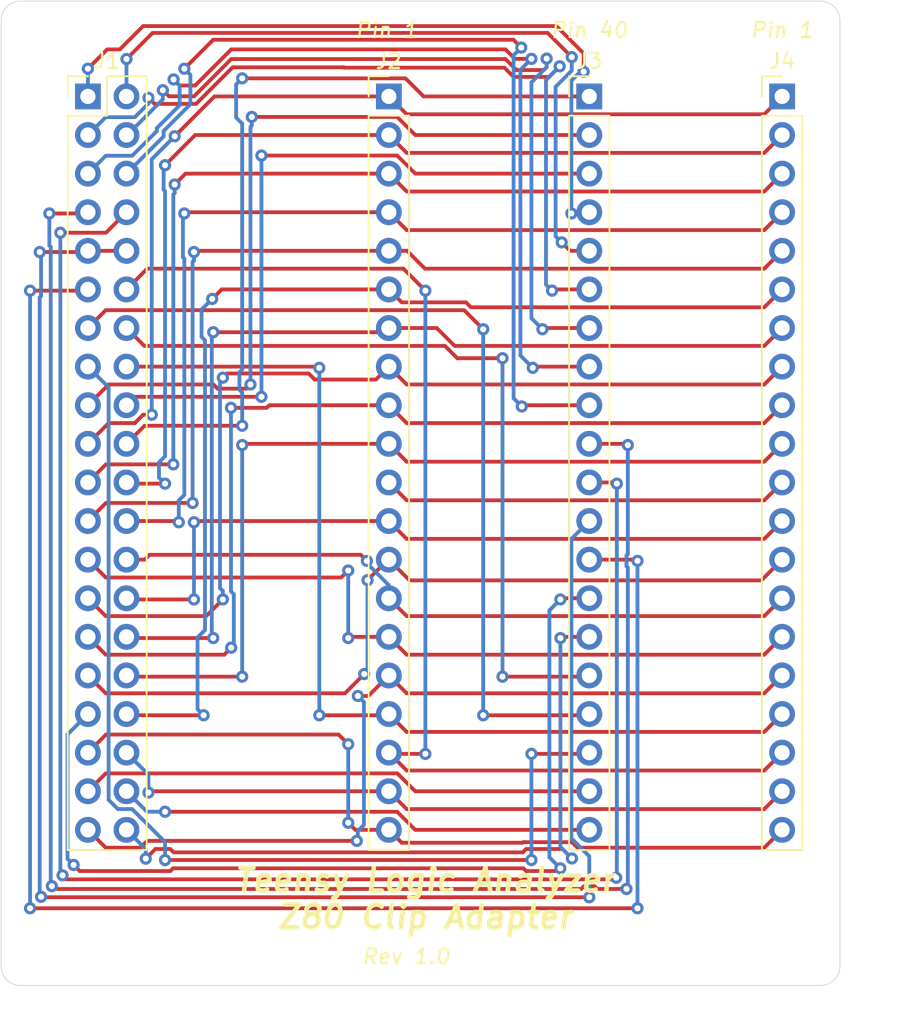
<source format=kicad_pcb>
(kicad_pcb (version 20171130) (host pcbnew "(5.1.12-1-10_14)")

  (general
    (thickness 1.6)
    (drawings 15)
    (tracks 533)
    (zones 0)
    (modules 4)
    (nets 41)
  )

  (page A)
  (title_block
    (title "TeensyLogicAnalyzer Z80 clip adapter")
    (date 2022-04-30)
    (rev 1.0)
    (company "Copyright (c) 2022 Jason R. Thorpe.  See LICENSE.")
  )

  (layers
    (0 F.Cu signal)
    (31 B.Cu signal)
    (32 B.Adhes user)
    (33 F.Adhes user)
    (34 B.Paste user)
    (35 F.Paste user)
    (36 B.SilkS user)
    (37 F.SilkS user)
    (38 B.Mask user)
    (39 F.Mask user)
    (40 Dwgs.User user)
    (41 Cmts.User user)
    (42 Eco1.User user)
    (43 Eco2.User user)
    (44 Edge.Cuts user)
    (45 Margin user)
    (46 B.CrtYd user)
    (47 F.CrtYd user)
    (48 B.Fab user)
    (49 F.Fab user)
  )

  (setup
    (last_trace_width 0.25)
    (trace_clearance 0.2)
    (zone_clearance 0.508)
    (zone_45_only no)
    (trace_min 0.2)
    (via_size 0.8)
    (via_drill 0.4)
    (via_min_size 0.4)
    (via_min_drill 0.3)
    (uvia_size 0.3)
    (uvia_drill 0.1)
    (uvias_allowed no)
    (uvia_min_size 0.2)
    (uvia_min_drill 0.1)
    (edge_width 0.05)
    (segment_width 0.2)
    (pcb_text_width 0.3)
    (pcb_text_size 1.5 1.5)
    (mod_edge_width 0.12)
    (mod_text_size 1 1)
    (mod_text_width 0.15)
    (pad_size 1.524 1.524)
    (pad_drill 0.762)
    (pad_to_mask_clearance 0)
    (aux_axis_origin 0 0)
    (visible_elements FFFFFF7F)
    (pcbplotparams
      (layerselection 0x010fc_ffffffff)
      (usegerberextensions false)
      (usegerberattributes true)
      (usegerberadvancedattributes true)
      (creategerberjobfile true)
      (excludeedgelayer true)
      (linewidth 0.100000)
      (plotframeref false)
      (viasonmask false)
      (mode 1)
      (useauxorigin false)
      (hpglpennumber 1)
      (hpglpenspeed 20)
      (hpglpendiameter 15.000000)
      (psnegative false)
      (psa4output false)
      (plotreference true)
      (plotvalue true)
      (plotinvisibletext false)
      (padsonsilk false)
      (subtractmaskfromsilk false)
      (outputformat 1)
      (mirror false)
      (drillshape 1)
      (scaleselection 1)
      (outputdirectory ""))
  )

  (net 0 "")
  (net 1 A7)
  (net 2 A6)
  (net 3 A5)
  (net 4 A4)
  (net 5 A3)
  (net 6 A2)
  (net 7 A1)
  (net 8 A0)
  (net 9 C10)
  (net 10 C11)
  (net 11 A9)
  (net 12 A8)
  (net 13 A11)
  (net 14 A10)
  (net 15 A13)
  (net 16 A12)
  (net 17 A15)
  (net 18 A14)
  (net 19 D1)
  (net 20 D0)
  (net 21 D3)
  (net 22 D2)
  (net 23 D5)
  (net 24 D4)
  (net 25 D7)
  (net 26 D6)
  (net 27 C1)
  (net 28 C0)
  (net 29 C3)
  (net 30 C2)
  (net 31 C5)
  (net 32 C4)
  (net 33 C7)
  (net 34 C6)
  (net 35 C12)
  (net 36 C8)
  (net 37 C13)
  (net 38 C9)
  (net 39 GND)
  (net 40 "Net-(J2-Pad11)")

  (net_class Default "This is the default net class."
    (clearance 0.2)
    (trace_width 0.25)
    (via_dia 0.8)
    (via_drill 0.4)
    (uvia_dia 0.3)
    (uvia_drill 0.1)
    (add_net A0)
    (add_net A1)
    (add_net A10)
    (add_net A11)
    (add_net A12)
    (add_net A13)
    (add_net A14)
    (add_net A15)
    (add_net A2)
    (add_net A3)
    (add_net A4)
    (add_net A5)
    (add_net A6)
    (add_net A7)
    (add_net A8)
    (add_net A9)
    (add_net C0)
    (add_net C1)
    (add_net C10)
    (add_net C11)
    (add_net C12)
    (add_net C13)
    (add_net C2)
    (add_net C3)
    (add_net C4)
    (add_net C5)
    (add_net C6)
    (add_net C7)
    (add_net C8)
    (add_net C9)
    (add_net D0)
    (add_net D1)
    (add_net D2)
    (add_net D3)
    (add_net D4)
    (add_net D5)
    (add_net D6)
    (add_net D7)
    (add_net GND)
    (add_net "Net-(J2-Pad11)")
  )

  (module Connector_PinHeader_2.54mm:PinHeader_2x20_P2.54mm_Vertical (layer F.Cu) (tedit 59FED5CC) (tstamp 626DB41E)
    (at 125.095 76.755001)
    (descr "Through hole straight pin header, 2x20, 2.54mm pitch, double rows")
    (tags "Through hole pin header THT 2x20 2.54mm double row")
    (path /62778E6D)
    (fp_text reference J1 (at 1.27 -2.33) (layer F.SilkS)
      (effects (font (size 1 1) (thickness 0.15)))
    )
    (fp_text value Conn_02x20 (at 1.27 50.59) (layer F.Fab) hide
      (effects (font (size 1 1) (thickness 0.15)))
    )
    (fp_line (start 4.35 -1.8) (end -1.8 -1.8) (layer F.CrtYd) (width 0.05))
    (fp_line (start 4.35 50.05) (end 4.35 -1.8) (layer F.CrtYd) (width 0.05))
    (fp_line (start -1.8 50.05) (end 4.35 50.05) (layer F.CrtYd) (width 0.05))
    (fp_line (start -1.8 -1.8) (end -1.8 50.05) (layer F.CrtYd) (width 0.05))
    (fp_line (start -1.33 -1.33) (end 0 -1.33) (layer F.SilkS) (width 0.12))
    (fp_line (start -1.33 0) (end -1.33 -1.33) (layer F.SilkS) (width 0.12))
    (fp_line (start 1.27 -1.33) (end 3.87 -1.33) (layer F.SilkS) (width 0.12))
    (fp_line (start 1.27 1.27) (end 1.27 -1.33) (layer F.SilkS) (width 0.12))
    (fp_line (start -1.33 1.27) (end 1.27 1.27) (layer F.SilkS) (width 0.12))
    (fp_line (start 3.87 -1.33) (end 3.87 49.59) (layer F.SilkS) (width 0.12))
    (fp_line (start -1.33 1.27) (end -1.33 49.59) (layer F.SilkS) (width 0.12))
    (fp_line (start -1.33 49.59) (end 3.87 49.59) (layer F.SilkS) (width 0.12))
    (fp_line (start -1.27 0) (end 0 -1.27) (layer F.Fab) (width 0.1))
    (fp_line (start -1.27 49.53) (end -1.27 0) (layer F.Fab) (width 0.1))
    (fp_line (start 3.81 49.53) (end -1.27 49.53) (layer F.Fab) (width 0.1))
    (fp_line (start 3.81 -1.27) (end 3.81 49.53) (layer F.Fab) (width 0.1))
    (fp_line (start 0 -1.27) (end 3.81 -1.27) (layer F.Fab) (width 0.1))
    (fp_text user %R (at 1.27 24.13 90) (layer F.Fab)
      (effects (font (size 1 1) (thickness 0.15)))
    )
    (pad 1 thru_hole rect (at 0 0) (size 1.7 1.7) (drill 1) (layers *.Cu *.Mask)
      (net 1 A7))
    (pad 2 thru_hole oval (at 2.54 0) (size 1.7 1.7) (drill 1) (layers *.Cu *.Mask)
      (net 2 A6))
    (pad 3 thru_hole oval (at 0 2.54) (size 1.7 1.7) (drill 1) (layers *.Cu *.Mask)
      (net 3 A5))
    (pad 4 thru_hole oval (at 2.54 2.54) (size 1.7 1.7) (drill 1) (layers *.Cu *.Mask)
      (net 4 A4))
    (pad 5 thru_hole oval (at 0 5.08) (size 1.7 1.7) (drill 1) (layers *.Cu *.Mask)
      (net 5 A3))
    (pad 6 thru_hole oval (at 2.54 5.08) (size 1.7 1.7) (drill 1) (layers *.Cu *.Mask)
      (net 6 A2))
    (pad 7 thru_hole oval (at 0 7.62) (size 1.7 1.7) (drill 1) (layers *.Cu *.Mask)
      (net 7 A1))
    (pad 8 thru_hole oval (at 2.54 7.62) (size 1.7 1.7) (drill 1) (layers *.Cu *.Mask)
      (net 8 A0))
    (pad 9 thru_hole oval (at 0 10.16) (size 1.7 1.7) (drill 1) (layers *.Cu *.Mask)
      (net 39 GND))
    (pad 10 thru_hole oval (at 2.54 10.16) (size 1.7 1.7) (drill 1) (layers *.Cu *.Mask)
      (net 39 GND))
    (pad 11 thru_hole oval (at 0 12.7) (size 1.7 1.7) (drill 1) (layers *.Cu *.Mask)
      (net 37 C13))
    (pad 12 thru_hole oval (at 2.54 12.7) (size 1.7 1.7) (drill 1) (layers *.Cu *.Mask)
      (net 35 C12))
    (pad 13 thru_hole oval (at 0 15.24) (size 1.7 1.7) (drill 1) (layers *.Cu *.Mask)
      (net 10 C11))
    (pad 14 thru_hole oval (at 2.54 15.24) (size 1.7 1.7) (drill 1) (layers *.Cu *.Mask)
      (net 9 C10))
    (pad 15 thru_hole oval (at 0 17.78) (size 1.7 1.7) (drill 1) (layers *.Cu *.Mask)
      (net 38 C9))
    (pad 16 thru_hole oval (at 2.54 17.78) (size 1.7 1.7) (drill 1) (layers *.Cu *.Mask)
      (net 36 C8))
    (pad 17 thru_hole oval (at 0 20.32) (size 1.7 1.7) (drill 1) (layers *.Cu *.Mask)
      (net 11 A9))
    (pad 18 thru_hole oval (at 2.54 20.32) (size 1.7 1.7) (drill 1) (layers *.Cu *.Mask)
      (net 12 A8))
    (pad 19 thru_hole oval (at 0 22.86) (size 1.7 1.7) (drill 1) (layers *.Cu *.Mask)
      (net 13 A11))
    (pad 20 thru_hole oval (at 2.54 22.86) (size 1.7 1.7) (drill 1) (layers *.Cu *.Mask)
      (net 14 A10))
    (pad 21 thru_hole oval (at 0 25.4) (size 1.7 1.7) (drill 1) (layers *.Cu *.Mask)
      (net 15 A13))
    (pad 22 thru_hole oval (at 2.54 25.4) (size 1.7 1.7) (drill 1) (layers *.Cu *.Mask)
      (net 16 A12))
    (pad 23 thru_hole oval (at 0 27.94) (size 1.7 1.7) (drill 1) (layers *.Cu *.Mask)
      (net 17 A15))
    (pad 24 thru_hole oval (at 2.54 27.94) (size 1.7 1.7) (drill 1) (layers *.Cu *.Mask)
      (net 18 A14))
    (pad 25 thru_hole oval (at 0 30.48) (size 1.7 1.7) (drill 1) (layers *.Cu *.Mask)
      (net 19 D1))
    (pad 26 thru_hole oval (at 2.54 30.48) (size 1.7 1.7) (drill 1) (layers *.Cu *.Mask)
      (net 20 D0))
    (pad 27 thru_hole oval (at 0 33.02) (size 1.7 1.7) (drill 1) (layers *.Cu *.Mask)
      (net 21 D3))
    (pad 28 thru_hole oval (at 2.54 33.02) (size 1.7 1.7) (drill 1) (layers *.Cu *.Mask)
      (net 22 D2))
    (pad 29 thru_hole oval (at 0 35.56) (size 1.7 1.7) (drill 1) (layers *.Cu *.Mask)
      (net 23 D5))
    (pad 30 thru_hole oval (at 2.54 35.56) (size 1.7 1.7) (drill 1) (layers *.Cu *.Mask)
      (net 24 D4))
    (pad 31 thru_hole oval (at 0 38.1) (size 1.7 1.7) (drill 1) (layers *.Cu *.Mask)
      (net 25 D7))
    (pad 32 thru_hole oval (at 2.54 38.1) (size 1.7 1.7) (drill 1) (layers *.Cu *.Mask)
      (net 26 D6))
    (pad 33 thru_hole oval (at 0 40.64) (size 1.7 1.7) (drill 1) (layers *.Cu *.Mask)
      (net 27 C1))
    (pad 34 thru_hole oval (at 2.54 40.64) (size 1.7 1.7) (drill 1) (layers *.Cu *.Mask)
      (net 28 C0))
    (pad 35 thru_hole oval (at 0 43.18) (size 1.7 1.7) (drill 1) (layers *.Cu *.Mask)
      (net 29 C3))
    (pad 36 thru_hole oval (at 2.54 43.18) (size 1.7 1.7) (drill 1) (layers *.Cu *.Mask)
      (net 30 C2))
    (pad 37 thru_hole oval (at 0 45.72) (size 1.7 1.7) (drill 1) (layers *.Cu *.Mask)
      (net 31 C5))
    (pad 38 thru_hole oval (at 2.54 45.72) (size 1.7 1.7) (drill 1) (layers *.Cu *.Mask)
      (net 32 C4))
    (pad 39 thru_hole oval (at 0 48.26) (size 1.7 1.7) (drill 1) (layers *.Cu *.Mask)
      (net 33 C7))
    (pad 40 thru_hole oval (at 2.54 48.26) (size 1.7 1.7) (drill 1) (layers *.Cu *.Mask)
      (net 34 C6))
    (model ${KISYS3DMOD}/Connector_PinHeader_2.54mm.3dshapes/PinHeader_2x20_P2.54mm_Vertical.wrl
      (at (xyz 0 0 0))
      (scale (xyz 1 1 1))
      (rotate (xyz 0 0 0))
    )
  )

  (module Connector_PinHeader_2.54mm:PinHeader_1x20_P2.54mm_Vertical (layer F.Cu) (tedit 59FED5CC) (tstamp 626DB446)
    (at 144.915001 76.755001)
    (descr "Through hole straight pin header, 1x20, 2.54mm pitch, single row")
    (tags "Through hole pin header THT 1x20 2.54mm single row")
    (path /6287A8D2)
    (fp_text reference J2 (at 0 -2.33) (layer F.SilkS)
      (effects (font (size 1 1) (thickness 0.15)))
    )
    (fp_text value Conn_01x20 (at 0 50.59) (layer F.Fab) hide
      (effects (font (size 1 1) (thickness 0.15)))
    )
    (fp_line (start 1.8 -1.8) (end -1.8 -1.8) (layer F.CrtYd) (width 0.05))
    (fp_line (start 1.8 50.05) (end 1.8 -1.8) (layer F.CrtYd) (width 0.05))
    (fp_line (start -1.8 50.05) (end 1.8 50.05) (layer F.CrtYd) (width 0.05))
    (fp_line (start -1.8 -1.8) (end -1.8 50.05) (layer F.CrtYd) (width 0.05))
    (fp_line (start -1.33 -1.33) (end 0 -1.33) (layer F.SilkS) (width 0.12))
    (fp_line (start -1.33 0) (end -1.33 -1.33) (layer F.SilkS) (width 0.12))
    (fp_line (start -1.33 1.27) (end 1.33 1.27) (layer F.SilkS) (width 0.12))
    (fp_line (start 1.33 1.27) (end 1.33 49.59) (layer F.SilkS) (width 0.12))
    (fp_line (start -1.33 1.27) (end -1.33 49.59) (layer F.SilkS) (width 0.12))
    (fp_line (start -1.33 49.59) (end 1.33 49.59) (layer F.SilkS) (width 0.12))
    (fp_line (start -1.27 -0.635) (end -0.635 -1.27) (layer F.Fab) (width 0.1))
    (fp_line (start -1.27 49.53) (end -1.27 -0.635) (layer F.Fab) (width 0.1))
    (fp_line (start 1.27 49.53) (end -1.27 49.53) (layer F.Fab) (width 0.1))
    (fp_line (start 1.27 -1.27) (end 1.27 49.53) (layer F.Fab) (width 0.1))
    (fp_line (start -0.635 -1.27) (end 1.27 -1.27) (layer F.Fab) (width 0.1))
    (fp_text user %R (at 0 24.13 90) (layer F.Fab)
      (effects (font (size 1 1) (thickness 0.15)))
    )
    (pad 1 thru_hole rect (at 0 0) (size 1.7 1.7) (drill 1) (layers *.Cu *.Mask)
      (net 13 A11))
    (pad 2 thru_hole oval (at 0 2.54) (size 1.7 1.7) (drill 1) (layers *.Cu *.Mask)
      (net 16 A12))
    (pad 3 thru_hole oval (at 0 5.08) (size 1.7 1.7) (drill 1) (layers *.Cu *.Mask)
      (net 15 A13))
    (pad 4 thru_hole oval (at 0 7.62) (size 1.7 1.7) (drill 1) (layers *.Cu *.Mask)
      (net 18 A14))
    (pad 5 thru_hole oval (at 0 10.16) (size 1.7 1.7) (drill 1) (layers *.Cu *.Mask)
      (net 17 A15))
    (pad 6 thru_hole oval (at 0 12.7) (size 1.7 1.7) (drill 1) (layers *.Cu *.Mask)
      (net 28 C0))
    (pad 7 thru_hole oval (at 0 15.24) (size 1.7 1.7) (drill 1) (layers *.Cu *.Mask)
      (net 24 D4))
    (pad 8 thru_hole oval (at 0 17.78) (size 1.7 1.7) (drill 1) (layers *.Cu *.Mask)
      (net 21 D3))
    (pad 9 thru_hole oval (at 0 20.32) (size 1.7 1.7) (drill 1) (layers *.Cu *.Mask)
      (net 23 D5))
    (pad 10 thru_hole oval (at 0 22.86) (size 1.7 1.7) (drill 1) (layers *.Cu *.Mask)
      (net 26 D6))
    (pad 11 thru_hole oval (at 0 25.4) (size 1.7 1.7) (drill 1) (layers *.Cu *.Mask)
      (net 40 "Net-(J2-Pad11)"))
    (pad 12 thru_hole oval (at 0 27.94) (size 1.7 1.7) (drill 1) (layers *.Cu *.Mask)
      (net 22 D2))
    (pad 13 thru_hole oval (at 0 30.48) (size 1.7 1.7) (drill 1) (layers *.Cu *.Mask)
      (net 25 D7))
    (pad 14 thru_hole oval (at 0 33.02) (size 1.7 1.7) (drill 1) (layers *.Cu *.Mask)
      (net 20 D0))
    (pad 15 thru_hole oval (at 0 35.56) (size 1.7 1.7) (drill 1) (layers *.Cu *.Mask)
      (net 19 D1))
    (pad 16 thru_hole oval (at 0 38.1) (size 1.7 1.7) (drill 1) (layers *.Cu *.Mask)
      (net 33 C7))
    (pad 17 thru_hole oval (at 0 40.64) (size 1.7 1.7) (drill 1) (layers *.Cu *.Mask)
      (net 36 C8))
    (pad 18 thru_hole oval (at 0 43.18) (size 1.7 1.7) (drill 1) (layers *.Cu *.Mask)
      (net 35 C12))
    (pad 19 thru_hole oval (at 0 45.72) (size 1.7 1.7) (drill 1) (layers *.Cu *.Mask)
      (net 30 C2))
    (pad 20 thru_hole oval (at 0 48.26) (size 1.7 1.7) (drill 1) (layers *.Cu *.Mask)
      (net 29 C3))
    (model ${KISYS3DMOD}/Connector_PinHeader_2.54mm.3dshapes/PinHeader_1x20_P2.54mm_Vertical.wrl
      (at (xyz 0 0 0))
      (scale (xyz 1 1 1))
      (rotate (xyz 0 0 0))
    )
  )

  (module Connector_PinHeader_2.54mm:PinHeader_1x20_P2.54mm_Vertical (layer F.Cu) (tedit 59FED5CC) (tstamp 626DBF41)
    (at 158.115 76.755001)
    (descr "Through hole straight pin header, 1x20, 2.54mm pitch, single row")
    (tags "Through hole pin header THT 1x20 2.54mm single row")
    (path /62883555)
    (fp_text reference J3 (at 0 -2.33) (layer F.SilkS)
      (effects (font (size 1 1) (thickness 0.15)))
    )
    (fp_text value Conn_01x20 (at 0 50.59) (layer F.Fab) hide
      (effects (font (size 1 1) (thickness 0.15)))
    )
    (fp_line (start 1.8 -1.8) (end -1.8 -1.8) (layer F.CrtYd) (width 0.05))
    (fp_line (start 1.8 50.05) (end 1.8 -1.8) (layer F.CrtYd) (width 0.05))
    (fp_line (start -1.8 50.05) (end 1.8 50.05) (layer F.CrtYd) (width 0.05))
    (fp_line (start -1.8 -1.8) (end -1.8 50.05) (layer F.CrtYd) (width 0.05))
    (fp_line (start -1.33 -1.33) (end 0 -1.33) (layer F.SilkS) (width 0.12))
    (fp_line (start -1.33 0) (end -1.33 -1.33) (layer F.SilkS) (width 0.12))
    (fp_line (start -1.33 1.27) (end 1.33 1.27) (layer F.SilkS) (width 0.12))
    (fp_line (start 1.33 1.27) (end 1.33 49.59) (layer F.SilkS) (width 0.12))
    (fp_line (start -1.33 1.27) (end -1.33 49.59) (layer F.SilkS) (width 0.12))
    (fp_line (start -1.33 49.59) (end 1.33 49.59) (layer F.SilkS) (width 0.12))
    (fp_line (start -1.27 -0.635) (end -0.635 -1.27) (layer F.Fab) (width 0.1))
    (fp_line (start -1.27 49.53) (end -1.27 -0.635) (layer F.Fab) (width 0.1))
    (fp_line (start 1.27 49.53) (end -1.27 49.53) (layer F.Fab) (width 0.1))
    (fp_line (start 1.27 -1.27) (end 1.27 49.53) (layer F.Fab) (width 0.1))
    (fp_line (start -0.635 -1.27) (end 1.27 -1.27) (layer F.Fab) (width 0.1))
    (fp_text user %R (at 0 24.13 90) (layer F.Fab)
      (effects (font (size 1 1) (thickness 0.15)))
    )
    (pad 1 thru_hole rect (at 0 0) (size 1.7 1.7) (drill 1) (layers *.Cu *.Mask)
      (net 14 A10))
    (pad 2 thru_hole oval (at 0 2.54) (size 1.7 1.7) (drill 1) (layers *.Cu *.Mask)
      (net 11 A9))
    (pad 3 thru_hole oval (at 0 5.08) (size 1.7 1.7) (drill 1) (layers *.Cu *.Mask)
      (net 12 A8))
    (pad 4 thru_hole oval (at 0 7.62) (size 1.7 1.7) (drill 1) (layers *.Cu *.Mask)
      (net 1 A7))
    (pad 5 thru_hole oval (at 0 10.16) (size 1.7 1.7) (drill 1) (layers *.Cu *.Mask)
      (net 2 A6))
    (pad 6 thru_hole oval (at 0 12.7) (size 1.7 1.7) (drill 1) (layers *.Cu *.Mask)
      (net 3 A5))
    (pad 7 thru_hole oval (at 0 15.24) (size 1.7 1.7) (drill 1) (layers *.Cu *.Mask)
      (net 4 A4))
    (pad 8 thru_hole oval (at 0 17.78) (size 1.7 1.7) (drill 1) (layers *.Cu *.Mask)
      (net 5 A3))
    (pad 9 thru_hole oval (at 0 20.32) (size 1.7 1.7) (drill 1) (layers *.Cu *.Mask)
      (net 6 A2))
    (pad 10 thru_hole oval (at 0 22.86) (size 1.7 1.7) (drill 1) (layers *.Cu *.Mask)
      (net 7 A1))
    (pad 11 thru_hole oval (at 0 25.4) (size 1.7 1.7) (drill 1) (layers *.Cu *.Mask)
      (net 8 A0))
    (pad 12 thru_hole oval (at 0 27.94) (size 1.7 1.7) (drill 1) (layers *.Cu *.Mask)
      (net 39 GND))
    (pad 13 thru_hole oval (at 0 30.48) (size 1.7 1.7) (drill 1) (layers *.Cu *.Mask)
      (net 37 C13))
    (pad 14 thru_hole oval (at 0 33.02) (size 1.7 1.7) (drill 1) (layers *.Cu *.Mask)
      (net 27 C1))
    (pad 15 thru_hole oval (at 0 35.56) (size 1.7 1.7) (drill 1) (layers *.Cu *.Mask)
      (net 34 C6))
    (pad 16 thru_hole oval (at 0 38.1) (size 1.7 1.7) (drill 1) (layers *.Cu *.Mask)
      (net 9 C10))
    (pad 17 thru_hole oval (at 0 40.64) (size 1.7 1.7) (drill 1) (layers *.Cu *.Mask)
      (net 10 C11))
    (pad 18 thru_hole oval (at 0 43.18) (size 1.7 1.7) (drill 1) (layers *.Cu *.Mask)
      (net 38 C9))
    (pad 19 thru_hole oval (at 0 45.72) (size 1.7 1.7) (drill 1) (layers *.Cu *.Mask)
      (net 31 C5))
    (pad 20 thru_hole oval (at 0 48.26) (size 1.7 1.7) (drill 1) (layers *.Cu *.Mask)
      (net 32 C4))
    (model ${KISYS3DMOD}/Connector_PinHeader_2.54mm.3dshapes/PinHeader_1x20_P2.54mm_Vertical.wrl
      (at (xyz 0 0 0))
      (scale (xyz 1 1 1))
      (rotate (xyz 0 0 0))
    )
  )

  (module Connector_PinHeader_2.54mm:PinHeader_1x20_P2.54mm_Vertical (layer F.Cu) (tedit 59FED5CC) (tstamp 626DB496)
    (at 170.815 76.755001)
    (descr "Through hole straight pin header, 1x20, 2.54mm pitch, single row")
    (tags "Through hole pin header THT 1x20 2.54mm single row")
    (path /6288332E)
    (fp_text reference J4 (at 0 -2.33) (layer F.SilkS)
      (effects (font (size 1 1) (thickness 0.15)))
    )
    (fp_text value Conn_01x20 (at 0 50.59) (layer F.Fab) hide
      (effects (font (size 1 1) (thickness 0.15)))
    )
    (fp_line (start -0.635 -1.27) (end 1.27 -1.27) (layer F.Fab) (width 0.1))
    (fp_line (start 1.27 -1.27) (end 1.27 49.53) (layer F.Fab) (width 0.1))
    (fp_line (start 1.27 49.53) (end -1.27 49.53) (layer F.Fab) (width 0.1))
    (fp_line (start -1.27 49.53) (end -1.27 -0.635) (layer F.Fab) (width 0.1))
    (fp_line (start -1.27 -0.635) (end -0.635 -1.27) (layer F.Fab) (width 0.1))
    (fp_line (start -1.33 49.59) (end 1.33 49.59) (layer F.SilkS) (width 0.12))
    (fp_line (start -1.33 1.27) (end -1.33 49.59) (layer F.SilkS) (width 0.12))
    (fp_line (start 1.33 1.27) (end 1.33 49.59) (layer F.SilkS) (width 0.12))
    (fp_line (start -1.33 1.27) (end 1.33 1.27) (layer F.SilkS) (width 0.12))
    (fp_line (start -1.33 0) (end -1.33 -1.33) (layer F.SilkS) (width 0.12))
    (fp_line (start -1.33 -1.33) (end 0 -1.33) (layer F.SilkS) (width 0.12))
    (fp_line (start -1.8 -1.8) (end -1.8 50.05) (layer F.CrtYd) (width 0.05))
    (fp_line (start -1.8 50.05) (end 1.8 50.05) (layer F.CrtYd) (width 0.05))
    (fp_line (start 1.8 50.05) (end 1.8 -1.8) (layer F.CrtYd) (width 0.05))
    (fp_line (start 1.8 -1.8) (end -1.8 -1.8) (layer F.CrtYd) (width 0.05))
    (fp_text user %R (at 0 24.13 90) (layer F.Fab)
      (effects (font (size 1 1) (thickness 0.15)))
    )
    (pad 20 thru_hole oval (at 0 48.26) (size 1.7 1.7) (drill 1) (layers *.Cu *.Mask)
      (net 29 C3))
    (pad 19 thru_hole oval (at 0 45.72) (size 1.7 1.7) (drill 1) (layers *.Cu *.Mask)
      (net 30 C2))
    (pad 18 thru_hole oval (at 0 43.18) (size 1.7 1.7) (drill 1) (layers *.Cu *.Mask)
      (net 35 C12))
    (pad 17 thru_hole oval (at 0 40.64) (size 1.7 1.7) (drill 1) (layers *.Cu *.Mask)
      (net 36 C8))
    (pad 16 thru_hole oval (at 0 38.1) (size 1.7 1.7) (drill 1) (layers *.Cu *.Mask)
      (net 33 C7))
    (pad 15 thru_hole oval (at 0 35.56) (size 1.7 1.7) (drill 1) (layers *.Cu *.Mask)
      (net 19 D1))
    (pad 14 thru_hole oval (at 0 33.02) (size 1.7 1.7) (drill 1) (layers *.Cu *.Mask)
      (net 20 D0))
    (pad 13 thru_hole oval (at 0 30.48) (size 1.7 1.7) (drill 1) (layers *.Cu *.Mask)
      (net 25 D7))
    (pad 12 thru_hole oval (at 0 27.94) (size 1.7 1.7) (drill 1) (layers *.Cu *.Mask)
      (net 22 D2))
    (pad 11 thru_hole oval (at 0 25.4) (size 1.7 1.7) (drill 1) (layers *.Cu *.Mask)
      (net 40 "Net-(J2-Pad11)"))
    (pad 10 thru_hole oval (at 0 22.86) (size 1.7 1.7) (drill 1) (layers *.Cu *.Mask)
      (net 26 D6))
    (pad 9 thru_hole oval (at 0 20.32) (size 1.7 1.7) (drill 1) (layers *.Cu *.Mask)
      (net 23 D5))
    (pad 8 thru_hole oval (at 0 17.78) (size 1.7 1.7) (drill 1) (layers *.Cu *.Mask)
      (net 21 D3))
    (pad 7 thru_hole oval (at 0 15.24) (size 1.7 1.7) (drill 1) (layers *.Cu *.Mask)
      (net 24 D4))
    (pad 6 thru_hole oval (at 0 12.7) (size 1.7 1.7) (drill 1) (layers *.Cu *.Mask)
      (net 28 C0))
    (pad 5 thru_hole oval (at 0 10.16) (size 1.7 1.7) (drill 1) (layers *.Cu *.Mask)
      (net 17 A15))
    (pad 4 thru_hole oval (at 0 7.62) (size 1.7 1.7) (drill 1) (layers *.Cu *.Mask)
      (net 18 A14))
    (pad 3 thru_hole oval (at 0 5.08) (size 1.7 1.7) (drill 1) (layers *.Cu *.Mask)
      (net 15 A13))
    (pad 2 thru_hole oval (at 0 2.54) (size 1.7 1.7) (drill 1) (layers *.Cu *.Mask)
      (net 16 A12))
    (pad 1 thru_hole rect (at 0 0) (size 1.7 1.7) (drill 1) (layers *.Cu *.Mask)
      (net 13 A11))
    (model ${KISYS3DMOD}/Connector_PinHeader_2.54mm.3dshapes/PinHeader_1x20_P2.54mm_Vertical.wrl
      (at (xyz 0 0 0))
      (scale (xyz 1 1 1))
      (rotate (xyz 0 0 0))
    )
  )

  (gr_text "Rev 1.0" (at 146.05 133.35) (layer F.SilkS) (tstamp 626DD411)
    (effects (font (size 1 1) (thickness 0.15) italic))
  )
  (dimension 64.77 (width 0.15) (layer Dwgs.User)
    (gr_text "64.770 mm" (at 177.83 102.87 90) (layer Dwgs.User)
      (effects (font (size 1 1) (thickness 0.15)))
    )
    (feature1 (pts (xy 174.625 70.485) (xy 177.116421 70.485)))
    (feature2 (pts (xy 174.625 135.255) (xy 177.116421 135.255)))
    (crossbar (pts (xy 176.53 135.255) (xy 176.53 70.485)))
    (arrow1a (pts (xy 176.53 70.485) (xy 177.116421 71.611504)))
    (arrow1b (pts (xy 176.53 70.485) (xy 175.943579 71.611504)))
    (arrow2a (pts (xy 176.53 135.255) (xy 177.116421 134.128496)))
    (arrow2b (pts (xy 176.53 135.255) (xy 175.943579 134.128496)))
  )
  (dimension 55.245 (width 0.15) (layer Dwgs.User)
    (gr_text "55.245 mm" (at 147.0025 138.46) (layer Dwgs.User)
      (effects (font (size 1 1) (thickness 0.15)))
    )
    (feature1 (pts (xy 174.625 135.255) (xy 174.625 137.746421)))
    (feature2 (pts (xy 119.38 135.255) (xy 119.38 137.746421)))
    (crossbar (pts (xy 119.38 137.16) (xy 174.625 137.16)))
    (arrow1a (pts (xy 174.625 137.16) (xy 173.498496 137.746421)))
    (arrow1b (pts (xy 174.625 137.16) (xy 173.498496 136.573579)))
    (arrow2a (pts (xy 119.38 137.16) (xy 120.506504 137.746421)))
    (arrow2b (pts (xy 119.38 137.16) (xy 120.506504 136.573579)))
  )
  (gr_arc (start 120.65 71.755) (end 120.65 70.485) (angle -90) (layer Edge.Cuts) (width 0.05))
  (gr_arc (start 120.65 133.985) (end 119.38 133.985) (angle -90) (layer Edge.Cuts) (width 0.05))
  (gr_arc (start 173.355 133.985) (end 173.355 135.255) (angle -90) (layer Edge.Cuts) (width 0.05))
  (gr_arc (start 173.355 71.755) (end 174.625 71.755) (angle -90) (layer Edge.Cuts) (width 0.05))
  (gr_line (start 119.38 133.985) (end 119.38 71.755) (layer Edge.Cuts) (width 0.05) (tstamp 626DC885))
  (gr_line (start 173.355 135.255) (end 120.65 135.255) (layer Edge.Cuts) (width 0.05))
  (gr_line (start 174.625 71.755) (end 174.625 133.985) (layer Edge.Cuts) (width 0.05))
  (gr_line (start 120.65 70.485) (end 173.355 70.485) (layer Edge.Cuts) (width 0.05))
  (gr_text "Teensy Logic Analyzer\nZ80 Clip Adapter" (at 147.32 129.54) (layer F.SilkS)
    (effects (font (size 1.5 1.5) (thickness 0.3) italic))
  )
  (gr_text "Pin 40" (at 158.115 72.39) (layer F.SilkS) (tstamp 626DBBB8)
    (effects (font (size 1 1) (thickness 0.15) italic))
  )
  (gr_text "Pin 1" (at 170.815 72.39) (layer F.SilkS) (tstamp 626DBBB6)
    (effects (font (size 1 1) (thickness 0.15) italic))
  )
  (gr_text "Pin 1" (at 144.78 72.39) (layer F.SilkS)
    (effects (font (size 1 1) (thickness 0.15) italic))
  )

  (via (at 125.095 74.93) (size 0.8) (drill 0.4) (layers F.Cu B.Cu) (net 1))
  (segment (start 125.095 74.93) (end 125.095 76.755001) (width 0.25) (layer B.Cu) (net 1) (status 20))
  (segment (start 158.115 84.375001) (end 157.015009 84.375001) (width 0.25) (layer F.Cu) (net 1) (status 10))
  (via (at 156.93501 84.455) (size 0.8) (drill 0.4) (layers F.Cu B.Cu) (net 1))
  (segment (start 157.015009 84.375001) (end 156.93501 84.455) (width 0.25) (layer F.Cu) (net 1))
  (via (at 157.744765 75.129117) (size 0.8) (drill 0.4) (layers F.Cu B.Cu) (net 1))
  (segment (start 157.525777 75.129117) (end 157.744765 75.129117) (width 0.25) (layer B.Cu) (net 1))
  (segment (start 156.93501 84.455) (end 156.93501 75.719884) (width 0.25) (layer B.Cu) (net 1))
  (segment (start 156.93501 75.719884) (end 157.525777 75.129117) (width 0.25) (layer B.Cu) (net 1))
  (segment (start 157.744765 75.129117) (end 157.744765 73.924765) (width 0.25) (layer F.Cu) (net 1))
  (segment (start 128.732015 72.124983) (end 127.196998 73.66) (width 0.25) (layer F.Cu) (net 1))
  (segment (start 155.94498 72.124981) (end 128.732015 72.124983) (width 0.25) (layer F.Cu) (net 1))
  (segment (start 157.744765 73.924765) (end 155.94498 72.124981) (width 0.25) (layer F.Cu) (net 1))
  (segment (start 126.365 73.66) (end 125.095 74.93) (width 0.25) (layer F.Cu) (net 1))
  (segment (start 127.196998 73.66) (end 126.365 73.66) (width 0.25) (layer F.Cu) (net 1))
  (segment (start 158.115 86.915001) (end 158.115 86.995) (width 0.25) (layer F.Cu) (net 2) (status 30))
  (via (at 127.635 74.295) (size 0.8) (drill 0.4) (layers F.Cu B.Cu) (net 2))
  (segment (start 127.635 74.295) (end 127.635 76.755001) (width 0.25) (layer B.Cu) (net 2) (status 20))
  (segment (start 158.115 86.915001) (end 156.855011 86.915001) (width 0.25) (layer F.Cu) (net 2) (status 10))
  (segment (start 156.855011 86.915001) (end 156.30001 86.36) (width 0.25) (layer F.Cu) (net 2))
  (via (at 156.30001 86.36) (size 0.8) (drill 0.4) (layers F.Cu B.Cu) (net 2))
  (via (at 156.962736 74.168055) (size 0.8) (drill 0.4) (layers F.Cu B.Cu) (net 2))
  (segment (start 156.30001 86.36) (end 155.900011 85.960001) (width 0.25) (layer B.Cu) (net 2))
  (segment (start 155.900011 85.960001) (end 155.900011 76.118472) (width 0.25) (layer B.Cu) (net 2))
  (segment (start 155.900011 76.118472) (end 156.962736 75.055747) (width 0.25) (layer B.Cu) (net 2))
  (segment (start 156.962736 75.055747) (end 156.962736 74.168055) (width 0.25) (layer B.Cu) (net 2))
  (segment (start 127.635 74.295) (end 129.355009 72.574991) (width 0.25) (layer F.Cu) (net 2))
  (segment (start 129.355009 72.574991) (end 155.369672 72.574991) (width 0.25) (layer F.Cu) (net 2))
  (segment (start 155.369672 72.574991) (end 156.962736 74.168055) (width 0.25) (layer F.Cu) (net 2))
  (segment (start 158.115 89.455001) (end 155.745009 89.455001) (width 0.25) (layer F.Cu) (net 3) (status 10))
  (via (at 155.66501 89.535) (size 0.8) (drill 0.4) (layers F.Cu B.Cu) (net 3))
  (segment (start 155.745009 89.455001) (end 155.66501 89.535) (width 0.25) (layer F.Cu) (net 3))
  (via (at 129.082147 76.846159) (size 0.8) (drill 0.4) (layers F.Cu B.Cu) (net 3))
  (segment (start 125.095 79.295001) (end 126.270001 78.12) (width 0.25) (layer B.Cu) (net 3) (status 10))
  (segment (start 128.185671 78.12) (end 129.082147 77.223524) (width 0.25) (layer B.Cu) (net 3))
  (segment (start 126.270001 78.12) (end 128.185671 78.12) (width 0.25) (layer B.Cu) (net 3))
  (segment (start 129.082147 77.223524) (end 129.082147 76.846159) (width 0.25) (layer B.Cu) (net 3))
  (via (at 156.167045 74.773777) (size 0.8) (drill 0.4) (layers F.Cu B.Cu) (net 3))
  (segment (start 155.66501 89.535) (end 155.265011 89.135001) (width 0.25) (layer B.Cu) (net 3))
  (segment (start 155.265011 89.135001) (end 155.265011 75.675811) (width 0.25) (layer B.Cu) (net 3))
  (segment (start 155.265011 75.675811) (end 156.167045 74.773777) (width 0.25) (layer B.Cu) (net 3))
  (segment (start 129.082147 76.846159) (end 129.482146 77.246158) (width 0.25) (layer F.Cu) (net 3))
  (segment (start 132.221545 77.246158) (end 134.627705 74.839998) (width 0.25) (layer F.Cu) (net 3))
  (segment (start 141.953002 74.839998) (end 141.975983 74.862979) (width 0.25) (layer F.Cu) (net 3))
  (segment (start 129.482146 77.246158) (end 132.221545 77.246158) (width 0.25) (layer F.Cu) (net 3))
  (segment (start 141.975983 74.862979) (end 152.527154 74.862979) (width 0.25) (layer F.Cu) (net 3))
  (segment (start 134.627705 74.839998) (end 141.953002 74.839998) (width 0.25) (layer F.Cu) (net 3))
  (segment (start 152.527154 74.862979) (end 153.134188 75.470013) (width 0.25) (layer F.Cu) (net 3))
  (segment (start 153.134188 75.470013) (end 155.470809 75.470013) (width 0.25) (layer F.Cu) (net 3))
  (segment (start 155.470809 75.470013) (end 156.167045 74.773777) (width 0.25) (layer F.Cu) (net 3))
  (segment (start 158.115 91.995001) (end 155.110009 91.995001) (width 0.25) (layer F.Cu) (net 4) (status 10))
  (via (at 155.03001 92.075) (size 0.8) (drill 0.4) (layers F.Cu B.Cu) (net 4))
  (segment (start 155.110009 91.995001) (end 155.03001 92.075) (width 0.25) (layer F.Cu) (net 4))
  (segment (start 127.680353 79.295001) (end 130.03077 76.944584) (width 0.25) (layer B.Cu) (net 4) (status 10))
  (via (at 130.03077 76.34423) (size 0.8) (drill 0.4) (layers F.Cu B.Cu) (net 4))
  (segment (start 127.635 79.295001) (end 127.680353 79.295001) (width 0.25) (layer B.Cu) (net 4) (status 30))
  (segment (start 130.03077 76.944584) (end 130.03077 76.34423) (width 0.25) (layer B.Cu) (net 4))
  (via (at 155.306071 74.265104) (size 0.8) (drill 0.4) (layers F.Cu B.Cu) (net 4))
  (segment (start 153.320587 75.020002) (end 155.116858 75.020002) (width 0.25) (layer F.Cu) (net 4))
  (segment (start 155.116858 75.020002) (end 155.306071 74.830789) (width 0.25) (layer F.Cu) (net 4))
  (segment (start 130.430769 76.744229) (end 132.087063 76.744229) (width 0.25) (layer F.Cu) (net 4))
  (segment (start 132.087063 76.744229) (end 134.536292 74.295) (width 0.25) (layer F.Cu) (net 4))
  (segment (start 152.595585 74.295) (end 153.320587 75.020002) (width 0.25) (layer F.Cu) (net 4))
  (segment (start 130.03077 76.34423) (end 130.430769 76.744229) (width 0.25) (layer F.Cu) (net 4))
  (segment (start 134.536292 74.295) (end 152.595585 74.295) (width 0.25) (layer F.Cu) (net 4))
  (segment (start 154.305 91.34999) (end 154.305 75.83186) (width 0.25) (layer B.Cu) (net 4))
  (segment (start 154.305 75.83186) (end 155.306071 74.830789) (width 0.25) (layer B.Cu) (net 4))
  (segment (start 155.306071 74.830789) (end 155.306071 74.265104) (width 0.25) (layer B.Cu) (net 4))
  (segment (start 155.306071 74.830789) (end 155.306071 74.265104) (width 0.25) (layer F.Cu) (net 4))
  (segment (start 155.03001 92.075) (end 154.305 91.34999) (width 0.25) (layer B.Cu) (net 4))
  (segment (start 154.475009 94.535001) (end 154.39501 94.615) (width 0.25) (layer F.Cu) (net 5))
  (segment (start 158.115 94.535001) (end 154.475009 94.535001) (width 0.25) (layer F.Cu) (net 5) (status 10))
  (via (at 154.39501 94.615) (size 0.8) (drill 0.4) (layers F.Cu B.Cu) (net 5))
  (via (at 130.737885 75.637115) (size 0.8) (drill 0.4) (layers F.Cu B.Cu) (net 5))
  (segment (start 153.220274 74.283278) (end 154.306224 74.283278) (width 0.25) (layer F.Cu) (net 5))
  (segment (start 130.737885 75.637115) (end 131.137884 76.037114) (width 0.25) (layer F.Cu) (net 5))
  (segment (start 153.579998 75.009504) (end 154.306224 74.283278) (width 0.25) (layer B.Cu) (net 5))
  (via (at 154.306224 74.283278) (size 0.8) (drill 0.4) (layers F.Cu B.Cu) (net 5))
  (segment (start 132.157767 76.037114) (end 134.534881 73.66) (width 0.25) (layer F.Cu) (net 5))
  (segment (start 154.39501 94.615) (end 153.579998 93.799988) (width 0.25) (layer B.Cu) (net 5))
  (segment (start 153.579998 93.799988) (end 153.579998 75.009504) (width 0.25) (layer B.Cu) (net 5))
  (segment (start 131.137884 76.037114) (end 132.157767 76.037114) (width 0.25) (layer F.Cu) (net 5))
  (segment (start 152.596996 73.66) (end 153.220274 74.283278) (width 0.25) (layer F.Cu) (net 5))
  (segment (start 134.534881 73.66) (end 152.596996 73.66) (width 0.25) (layer F.Cu) (net 5))
  (segment (start 131.137884 76.037114) (end 130.737885 75.637115) (width 0.25) (layer B.Cu) (net 5))
  (segment (start 131.137884 77.337703) (end 131.137884 76.037114) (width 0.25) (layer B.Cu) (net 5))
  (segment (start 128.009003 80.66) (end 129.634988 79.034015) (width 0.25) (layer B.Cu) (net 5))
  (segment (start 125.095 81.835001) (end 126.270001 80.66) (width 0.25) (layer B.Cu) (net 5) (status 10))
  (segment (start 129.634988 78.840599) (end 131.137884 77.337703) (width 0.25) (layer B.Cu) (net 5))
  (segment (start 129.634988 79.034015) (end 129.634988 78.840599) (width 0.25) (layer B.Cu) (net 5))
  (segment (start 126.270001 80.66) (end 128.009003 80.66) (width 0.25) (layer B.Cu) (net 5))
  (via (at 153.67 97.155) (size 0.8) (drill 0.4) (layers F.Cu B.Cu) (net 6))
  (segment (start 153.749999 97.075001) (end 153.67 97.155) (width 0.25) (layer F.Cu) (net 6))
  (segment (start 158.115 97.075001) (end 153.749999 97.075001) (width 0.25) (layer F.Cu) (net 6) (status 10))
  (via (at 131.445 74.93) (size 0.8) (drill 0.4) (layers F.Cu B.Cu) (net 6))
  (via (at 153.637287 73.539943) (size 0.8) (drill 0.4) (layers F.Cu B.Cu) (net 6))
  (segment (start 153.129987 96.614987) (end 153.129987 74.047243) (width 0.25) (layer B.Cu) (net 6))
  (segment (start 133.35 73.025) (end 153.122344 73.025) (width 0.25) (layer F.Cu) (net 6))
  (segment (start 131.445 74.93) (end 133.35 73.025) (width 0.25) (layer F.Cu) (net 6))
  (segment (start 153.67 97.155) (end 153.129987 96.614987) (width 0.25) (layer B.Cu) (net 6))
  (segment (start 153.129987 74.047243) (end 153.637287 73.539943) (width 0.25) (layer B.Cu) (net 6))
  (segment (start 153.122344 73.025) (end 153.637287 73.539943) (width 0.25) (layer F.Cu) (net 6))
  (segment (start 130.084999 79.026999) (end 131.844999 77.266999) (width 0.25) (layer B.Cu) (net 6))
  (segment (start 127.635 81.835001) (end 130.084999 79.385002) (width 0.25) (layer B.Cu) (net 6) (status 10))
  (segment (start 131.844999 75.329999) (end 131.445 74.93) (width 0.25) (layer B.Cu) (net 6))
  (segment (start 131.844999 77.266999) (end 131.844999 75.329999) (width 0.25) (layer B.Cu) (net 6))
  (segment (start 130.084999 79.385002) (end 130.084999 79.026999) (width 0.25) (layer B.Cu) (net 6))
  (segment (start 160.575001 99.615001) (end 160.655 99.695) (width 0.25) (layer F.Cu) (net 7))
  (via (at 160.655 99.695) (size 0.8) (drill 0.4) (layers F.Cu B.Cu) (net 7))
  (segment (start 158.115 99.615001) (end 160.575001 99.615001) (width 0.25) (layer F.Cu) (net 7) (status 10))
  (via (at 122.555 84.455) (size 0.8) (drill 0.4) (layers F.Cu B.Cu) (net 7))
  (segment (start 125.015001 84.455) (end 125.095 84.375001) (width 0.25) (layer F.Cu) (net 7) (status 30))
  (segment (start 122.555 84.455) (end 125.015001 84.455) (width 0.25) (layer F.Cu) (net 7) (status 20))
  (segment (start 160.655 106.876998) (end 160.564999 106.966999) (width 0.25) (layer B.Cu) (net 7))
  (segment (start 160.655 128.81499) (end 160.56499 128.905) (width 0.25) (layer B.Cu) (net 7))
  (via (at 160.56499 128.905) (size 0.8) (drill 0.4) (layers F.Cu B.Cu) (net 7))
  (segment (start 160.564999 107.663001) (end 160.655 107.753002) (width 0.25) (layer B.Cu) (net 7))
  (segment (start 160.655 107.753002) (end 160.655 128.81499) (width 0.25) (layer B.Cu) (net 7))
  (segment (start 160.564999 106.966999) (end 160.564999 107.663001) (width 0.25) (layer B.Cu) (net 7))
  (segment (start 160.655 99.695) (end 160.655 106.876998) (width 0.25) (layer B.Cu) (net 7))
  (via (at 122.719048 128.717545) (size 0.8) (drill 0.4) (layers F.Cu B.Cu) (net 7))
  (segment (start 157.586986 128.905) (end 122.906503 128.905) (width 0.25) (layer F.Cu) (net 7))
  (segment (start 158.463002 128.724988) (end 157.766998 128.724988) (width 0.25) (layer F.Cu) (net 7))
  (segment (start 122.555 86.556996) (end 122.645002 86.646998) (width 0.25) (layer B.Cu) (net 7))
  (segment (start 122.906503 128.905) (end 122.719048 128.717545) (width 0.25) (layer F.Cu) (net 7))
  (segment (start 122.645002 86.646998) (end 122.645002 128.643499) (width 0.25) (layer B.Cu) (net 7))
  (segment (start 122.555 84.455) (end 122.555 86.556996) (width 0.25) (layer B.Cu) (net 7))
  (segment (start 160.56499 128.905) (end 158.643014 128.905) (width 0.25) (layer F.Cu) (net 7))
  (segment (start 122.645002 128.643499) (end 122.719048 128.717545) (width 0.25) (layer B.Cu) (net 7))
  (segment (start 157.766998 128.724988) (end 157.586986 128.905) (width 0.25) (layer F.Cu) (net 7))
  (segment (start 158.643014 128.905) (end 158.463002 128.724988) (width 0.25) (layer F.Cu) (net 7))
  (segment (start 158.115 102.155001) (end 159.849991 102.155001) (width 0.25) (layer F.Cu) (net 8) (status 10))
  (via (at 159.92999 102.235) (size 0.8) (drill 0.4) (layers F.Cu B.Cu) (net 8))
  (segment (start 159.849991 102.155001) (end 159.92999 102.235) (width 0.25) (layer F.Cu) (net 8))
  (via (at 123.28001 85.725) (size 0.8) (drill 0.4) (layers F.Cu B.Cu) (net 8))
  (segment (start 126.285001 85.725) (end 123.28001 85.725) (width 0.25) (layer F.Cu) (net 8))
  (segment (start 127.635 84.375001) (end 126.285001 85.725) (width 0.25) (layer F.Cu) (net 8) (status 10))
  (via (at 159.89055 128.166654) (size 0.8) (drill 0.4) (layers F.Cu B.Cu) (net 8))
  (segment (start 159.92999 102.235) (end 159.92999 128.127214) (width 0.25) (layer B.Cu) (net 8))
  (segment (start 159.92999 128.127214) (end 159.89055 128.166654) (width 0.25) (layer B.Cu) (net 8))
  (segment (start 123.28001 85.725) (end 123.28001 127.864276) (width 0.25) (layer B.Cu) (net 8))
  (via (at 123.426194 128.01046) (size 0.8) (drill 0.4) (layers F.Cu B.Cu) (net 8))
  (segment (start 159.787204 128.27) (end 123.685734 128.27) (width 0.25) (layer F.Cu) (net 8))
  (segment (start 123.28001 127.864276) (end 123.426194 128.01046) (width 0.25) (layer B.Cu) (net 8))
  (segment (start 123.685734 128.27) (end 123.426194 128.01046) (width 0.25) (layer F.Cu) (net 8))
  (segment (start 159.89055 128.166654) (end 159.787204 128.27) (width 0.25) (layer F.Cu) (net 8))
  (via (at 152.4 93.98) (size 0.8) (drill 0.4) (layers F.Cu B.Cu) (net 9))
  (via (at 152.4 114.935) (size 0.8) (drill 0.4) (layers F.Cu B.Cu) (net 9))
  (segment (start 152.4 93.98) (end 152.4 114.935) (width 0.25) (layer B.Cu) (net 9))
  (segment (start 158.035001 114.935) (end 158.115 114.855001) (width 0.25) (layer F.Cu) (net 9) (status 30))
  (segment (start 152.4 114.935) (end 158.035001 114.935) (width 0.25) (layer F.Cu) (net 9) (status 20))
  (segment (start 149.420585 93.98) (end 152.4 93.98) (width 0.25) (layer F.Cu) (net 9))
  (segment (start 148.610587 93.170002) (end 149.420585 93.98) (width 0.25) (layer F.Cu) (net 9))
  (segment (start 127.635 91.995001) (end 128.810001 93.170002) (width 0.25) (layer F.Cu) (net 9) (status 10))
  (segment (start 128.810001 93.170002) (end 148.610587 93.170002) (width 0.25) (layer F.Cu) (net 9))
  (via (at 151.13 92.075) (size 0.8) (drill 0.4) (layers F.Cu B.Cu) (net 10))
  (via (at 151.13 117.475) (size 0.8) (drill 0.4) (layers F.Cu B.Cu) (net 10))
  (segment (start 151.13 92.075) (end 151.13 117.475) (width 0.25) (layer B.Cu) (net 10))
  (segment (start 158.035001 117.475) (end 158.115 117.395001) (width 0.25) (layer F.Cu) (net 10) (status 30))
  (segment (start 151.13 117.475) (end 158.035001 117.475) (width 0.25) (layer F.Cu) (net 10) (status 20))
  (segment (start 149.875 90.82) (end 151.13 92.075) (width 0.25) (layer F.Cu) (net 10))
  (segment (start 126.270001 90.82) (end 149.875 90.82) (width 0.25) (layer F.Cu) (net 10))
  (segment (start 125.095 91.995001) (end 126.270001 90.82) (width 0.25) (layer F.Cu) (net 10) (status 10))
  (segment (start 146.654003 79.295001) (end 145.464002 78.105) (width 0.25) (layer F.Cu) (net 11))
  (segment (start 158.115 79.295001) (end 146.654003 79.295001) (width 0.25) (layer F.Cu) (net 11) (status 10))
  (via (at 135.89 78.105) (size 0.8) (drill 0.4) (layers F.Cu B.Cu) (net 11))
  (segment (start 145.464002 78.105) (end 135.89 78.105) (width 0.25) (layer F.Cu) (net 11))
  (segment (start 135.524999 95.985013) (end 135.79999 95.710022) (width 0.25) (layer F.Cu) (net 11))
  (segment (start 135.89 78.670685) (end 135.79999 78.760695) (width 0.25) (layer B.Cu) (net 11))
  (segment (start 135.89 78.105) (end 135.89 78.670685) (width 0.25) (layer B.Cu) (net 11))
  (segment (start 133.361987 95.710002) (end 133.636998 95.985013) (width 0.25) (layer F.Cu) (net 11))
  (segment (start 125.095 97.075001) (end 126.459999 95.710002) (width 0.25) (layer F.Cu) (net 11) (status 10))
  (via (at 135.79999 95.710022) (size 0.8) (drill 0.4) (layers F.Cu B.Cu) (net 11))
  (segment (start 135.79999 78.760695) (end 135.79999 95.710022) (width 0.25) (layer B.Cu) (net 11))
  (segment (start 133.636998 95.985013) (end 135.524999 95.985013) (width 0.25) (layer F.Cu) (net 11))
  (segment (start 126.459999 95.710002) (end 133.361987 95.710002) (width 0.25) (layer F.Cu) (net 11))
  (via (at 136.525 80.645) (size 0.8) (drill 0.4) (layers F.Cu B.Cu) (net 12))
  (segment (start 145.464002 80.645) (end 136.525 80.645) (width 0.25) (layer F.Cu) (net 12))
  (segment (start 146.654003 81.835001) (end 145.464002 80.645) (width 0.25) (layer F.Cu) (net 12))
  (segment (start 158.115 81.835001) (end 146.654003 81.835001) (width 0.25) (layer F.Cu) (net 12) (status 10))
  (via (at 136.525 96.52) (size 0.8) (drill 0.4) (layers F.Cu B.Cu) (net 12))
  (segment (start 136.525 80.645) (end 136.525 96.52) (width 0.25) (layer B.Cu) (net 12))
  (segment (start 128.190001 96.52) (end 127.635 97.075001) (width 0.25) (layer F.Cu) (net 12) (status 30))
  (segment (start 136.525 96.52) (end 128.190001 96.52) (width 0.25) (layer F.Cu) (net 12) (status 20))
  (segment (start 169.639999 77.930002) (end 170.815 76.755001) (width 0.25) (layer F.Cu) (net 13) (status 20))
  (segment (start 146.090002 77.930002) (end 169.639999 77.930002) (width 0.25) (layer F.Cu) (net 13))
  (segment (start 144.915001 76.755001) (end 146.090002 77.930002) (width 0.25) (layer F.Cu) (net 13) (status 10))
  (segment (start 144.915001 76.755001) (end 133.429999 76.755001) (width 0.25) (layer F.Cu) (net 13) (status 10))
  (via (at 130.81 79.375) (size 0.8) (drill 0.4) (layers F.Cu B.Cu) (net 13))
  (segment (start 133.429999 76.755001) (end 130.81 79.375) (width 0.25) (layer F.Cu) (net 13))
  (segment (start 128.73415 97.69999) (end 129.299835 97.69999) (width 0.25) (layer F.Cu) (net 13))
  (segment (start 125.095 99.615001) (end 126.459999 98.250002) (width 0.25) (layer F.Cu) (net 13) (status 10))
  (via (at 129.299835 97.69999) (size 0.8) (drill 0.4) (layers F.Cu B.Cu) (net 13))
  (segment (start 130.81 79.375) (end 129.299835 80.885165) (width 0.25) (layer B.Cu) (net 13))
  (segment (start 126.459999 98.250002) (end 128.184138 98.250002) (width 0.25) (layer F.Cu) (net 13))
  (segment (start 129.299835 80.885165) (end 129.299835 97.69999) (width 0.25) (layer B.Cu) (net 13))
  (segment (start 128.184138 98.250002) (end 128.73415 97.69999) (width 0.25) (layer F.Cu) (net 13))
  (segment (start 146.010002 75.565) (end 135.255 75.565) (width 0.25) (layer F.Cu) (net 14))
  (via (at 135.255 75.565) (size 0.8) (drill 0.4) (layers F.Cu B.Cu) (net 14))
  (segment (start 158.115 76.755001) (end 147.200003 76.755001) (width 0.25) (layer F.Cu) (net 14) (status 10))
  (segment (start 147.200003 76.755001) (end 146.010002 75.565) (width 0.25) (layer F.Cu) (net 14))
  (via (at 135.255 98.425) (size 0.8) (drill 0.4) (layers F.Cu B.Cu) (net 14))
  (segment (start 128.825001 98.425) (end 127.635 99.615001) (width 0.25) (layer F.Cu) (net 14) (status 20))
  (segment (start 135.255 98.425) (end 128.825001 98.425) (width 0.25) (layer F.Cu) (net 14))
  (segment (start 134.855001 78.143003) (end 135.255 78.543002) (width 0.25) (layer B.Cu) (net 14))
  (segment (start 135.255 75.565) (end 134.855001 75.964999) (width 0.25) (layer B.Cu) (net 14))
  (segment (start 135.255 96.238036) (end 135.255 98.425) (width 0.25) (layer B.Cu) (net 14))
  (segment (start 135.255 78.543002) (end 135.255 94.721986) (width 0.25) (layer B.Cu) (net 14))
  (segment (start 135.074988 94.901998) (end 135.074988 96.058024) (width 0.25) (layer B.Cu) (net 14))
  (segment (start 135.255 94.721986) (end 135.074988 94.901998) (width 0.25) (layer B.Cu) (net 14))
  (segment (start 134.855001 75.964999) (end 134.855001 78.143003) (width 0.25) (layer B.Cu) (net 14))
  (segment (start 135.074988 96.058024) (end 135.255 96.238036) (width 0.25) (layer B.Cu) (net 14))
  (segment (start 146.090002 83.010002) (end 169.639999 83.010002) (width 0.25) (layer F.Cu) (net 15))
  (segment (start 169.639999 83.010002) (end 170.815 81.835001) (width 0.25) (layer F.Cu) (net 15) (status 20))
  (segment (start 144.915001 81.835001) (end 146.090002 83.010002) (width 0.25) (layer F.Cu) (net 15) (status 10))
  (segment (start 131.524999 81.835001) (end 130.81 82.55) (width 0.25) (layer F.Cu) (net 15))
  (via (at 130.81 82.55) (size 0.8) (drill 0.4) (layers F.Cu B.Cu) (net 15))
  (segment (start 144.915001 81.835001) (end 131.524999 81.835001) (width 0.25) (layer F.Cu) (net 15) (status 10))
  (via (at 130.71999 100.965) (size 0.8) (drill 0.4) (layers F.Cu B.Cu) (net 15))
  (segment (start 130.71999 83.205695) (end 130.71999 100.965) (width 0.25) (layer B.Cu) (net 15))
  (segment (start 125.095 102.155001) (end 126.285001 100.965) (width 0.25) (layer F.Cu) (net 15) (status 10))
  (segment (start 126.285001 100.965) (end 130.71999 100.965) (width 0.25) (layer F.Cu) (net 15))
  (segment (start 130.81 82.55) (end 130.81 83.115685) (width 0.25) (layer B.Cu) (net 15))
  (segment (start 130.81 83.115685) (end 130.71999 83.205695) (width 0.25) (layer B.Cu) (net 15))
  (segment (start 146.090002 80.470002) (end 169.639999 80.470002) (width 0.25) (layer F.Cu) (net 16))
  (segment (start 169.639999 80.470002) (end 170.815 79.295001) (width 0.25) (layer F.Cu) (net 16) (status 20))
  (segment (start 144.915001 79.295001) (end 146.090002 80.470002) (width 0.25) (layer F.Cu) (net 16) (status 10))
  (via (at 130.175 81.28) (size 0.8) (drill 0.4) (layers F.Cu B.Cu) (net 16))
  (segment (start 144.915001 79.295001) (end 132.159999 79.295001) (width 0.25) (layer F.Cu) (net 16) (status 10))
  (segment (start 132.159999 79.295001) (end 130.175 81.28) (width 0.25) (layer F.Cu) (net 16))
  (via (at 130.175 102.235) (size 0.8) (drill 0.4) (layers F.Cu B.Cu) (net 16))
  (segment (start 127.714999 102.235) (end 127.635 102.155001) (width 0.25) (layer F.Cu) (net 16) (status 30))
  (segment (start 130.175 102.235) (end 127.714999 102.235) (width 0.25) (layer F.Cu) (net 16) (status 20))
  (segment (start 130.175 82.988002) (end 130.175 100.436986) (width 0.25) (layer B.Cu) (net 16))
  (segment (start 130.084999 81.370001) (end 130.084999 82.898001) (width 0.25) (layer B.Cu) (net 16))
  (segment (start 130.175 81.28) (end 130.084999 81.370001) (width 0.25) (layer B.Cu) (net 16))
  (segment (start 129.775001 100.836985) (end 129.775001 101.835001) (width 0.25) (layer B.Cu) (net 16))
  (segment (start 130.175 100.436986) (end 129.775001 100.836985) (width 0.25) (layer B.Cu) (net 16))
  (segment (start 130.084999 82.898001) (end 130.175 82.988002) (width 0.25) (layer B.Cu) (net 16))
  (segment (start 129.775001 101.835001) (end 130.175 102.235) (width 0.25) (layer B.Cu) (net 16))
  (via (at 132.08 86.995) (size 0.8) (drill 0.4) (layers F.Cu B.Cu) (net 17))
  (segment (start 132.159999 86.915001) (end 132.08 86.995) (width 0.25) (layer F.Cu) (net 17))
  (segment (start 144.915001 86.915001) (end 132.159999 86.915001) (width 0.25) (layer F.Cu) (net 17) (status 10))
  (via (at 131.98999 103.505) (size 0.8) (drill 0.4) (layers F.Cu B.Cu) (net 17))
  (segment (start 132.08 86.995) (end 132.08 87.560685) (width 0.25) (layer B.Cu) (net 17))
  (segment (start 131.98999 87.650695) (end 131.98999 103.505) (width 0.25) (layer B.Cu) (net 17))
  (segment (start 125.095 104.695001) (end 126.285001 103.505) (width 0.25) (layer F.Cu) (net 17) (status 10))
  (segment (start 126.285001 103.505) (end 131.98999 103.505) (width 0.25) (layer F.Cu) (net 17))
  (segment (start 132.08 87.560685) (end 131.98999 87.650695) (width 0.25) (layer B.Cu) (net 17))
  (segment (start 144.915001 86.915001) (end 146.117082 86.915001) (width 0.25) (layer F.Cu) (net 17) (status 10))
  (segment (start 146.117082 86.915001) (end 147.292083 88.090002) (width 0.25) (layer F.Cu) (net 17))
  (segment (start 169.639999 88.090002) (end 170.815 86.915001) (width 0.25) (layer F.Cu) (net 17) (status 20))
  (segment (start 147.292083 88.090002) (end 169.639999 88.090002) (width 0.25) (layer F.Cu) (net 17))
  (segment (start 146.090002 85.550002) (end 169.639999 85.550002) (width 0.25) (layer F.Cu) (net 18))
  (segment (start 169.639999 85.550002) (end 170.815 84.375001) (width 0.25) (layer F.Cu) (net 18) (status 20))
  (segment (start 144.915001 84.375001) (end 146.090002 85.550002) (width 0.25) (layer F.Cu) (net 18) (status 10))
  (segment (start 131.524999 84.375001) (end 131.445 84.455) (width 0.25) (layer F.Cu) (net 18))
  (segment (start 144.915001 84.375001) (end 131.524999 84.375001) (width 0.25) (layer F.Cu) (net 18) (status 10))
  (via (at 131.445 84.455) (size 0.8) (drill 0.4) (layers F.Cu B.Cu) (net 18))
  (via (at 131.079987 104.775) (size 0.8) (drill 0.4) (layers F.Cu B.Cu) (net 18))
  (segment (start 127.635 104.695001) (end 130.999988 104.695001) (width 0.25) (layer F.Cu) (net 18) (status 10))
  (segment (start 130.999988 104.695001) (end 131.079987 104.775) (width 0.25) (layer F.Cu) (net 18))
  (segment (start 131.445 84.455) (end 131.354999 84.545001) (width 0.25) (layer B.Cu) (net 18))
  (segment (start 131.445 87.433002) (end 131.445 102.976986) (width 0.25) (layer B.Cu) (net 18))
  (segment (start 131.354999 84.545001) (end 131.354999 87.343001) (width 0.25) (layer B.Cu) (net 18))
  (segment (start 131.354999 87.343001) (end 131.445 87.433002) (width 0.25) (layer B.Cu) (net 18))
  (segment (start 131.079987 103.341999) (end 131.079987 104.775) (width 0.25) (layer B.Cu) (net 18))
  (segment (start 131.445 102.976986) (end 131.079987 103.341999) (width 0.25) (layer B.Cu) (net 18))
  (segment (start 169.639999 113.490002) (end 170.815 112.315001) (width 0.25) (layer F.Cu) (net 19) (status 20))
  (segment (start 146.090002 113.490002) (end 169.639999 113.490002) (width 0.25) (layer F.Cu) (net 19))
  (segment (start 144.915001 112.315001) (end 146.090002 113.490002) (width 0.25) (layer F.Cu) (net 19) (status 10))
  (via (at 142.24 112.395) (size 0.8) (drill 0.4) (layers F.Cu B.Cu) (net 19))
  (segment (start 142.319999 112.315001) (end 142.24 112.395) (width 0.25) (layer F.Cu) (net 19))
  (segment (start 144.915001 112.315001) (end 142.319999 112.315001) (width 0.25) (layer F.Cu) (net 19) (status 10))
  (via (at 142.24 107.95) (size 0.8) (drill 0.4) (layers F.Cu B.Cu) (net 19))
  (segment (start 142.24 112.395) (end 142.24 107.95) (width 0.25) (layer B.Cu) (net 19))
  (segment (start 126.270001 108.410002) (end 125.095 107.235001) (width 0.25) (layer F.Cu) (net 19) (status 20))
  (segment (start 141.779998 108.410002) (end 126.270001 108.410002) (width 0.25) (layer F.Cu) (net 19))
  (segment (start 142.24 107.95) (end 141.779998 108.410002) (width 0.25) (layer F.Cu) (net 19))
  (segment (start 169.639999 110.950002) (end 170.815 109.775001) (width 0.25) (layer F.Cu) (net 20) (status 20))
  (segment (start 146.090002 110.950002) (end 169.639999 110.950002) (width 0.25) (layer F.Cu) (net 20))
  (segment (start 144.915001 109.775001) (end 146.090002 110.950002) (width 0.25) (layer F.Cu) (net 20) (status 10))
  (via (at 143.467344 107.317428) (size 0.8) (drill 0.4) (layers F.Cu B.Cu) (net 20))
  (segment (start 143.467344 107.469342) (end 143.467344 107.317428) (width 0.25) (layer B.Cu) (net 20))
  (segment (start 144.915001 108.916999) (end 143.467344 107.469342) (width 0.25) (layer B.Cu) (net 20))
  (segment (start 144.915001 109.775001) (end 144.915001 108.916999) (width 0.25) (layer B.Cu) (net 20) (status 10))
  (segment (start 143.467344 107.317428) (end 143.067345 106.917429) (width 0.25) (layer F.Cu) (net 20))
  (segment (start 143.067345 106.917429) (end 129.154653 106.917429) (width 0.25) (layer F.Cu) (net 20))
  (segment (start 128.837081 107.235001) (end 127.635 107.235001) (width 0.25) (layer F.Cu) (net 20) (status 20))
  (segment (start 129.154653 106.917429) (end 128.837081 107.235001) (width 0.25) (layer F.Cu) (net 20))
  (segment (start 169.639999 95.710002) (end 170.815 94.535001) (width 0.25) (layer F.Cu) (net 21) (status 20))
  (segment (start 146.090002 95.710002) (end 169.639999 95.710002) (width 0.25) (layer F.Cu) (net 21))
  (segment (start 144.915001 94.535001) (end 146.090002 95.710002) (width 0.25) (layer F.Cu) (net 21) (status 10))
  (via (at 133.980023 109.855) (size 0.8) (drill 0.4) (layers F.Cu B.Cu) (net 21))
  (segment (start 132.885021 110.950002) (end 133.980023 109.855) (width 0.25) (layer F.Cu) (net 21))
  (segment (start 125.095 109.775001) (end 126.270001 110.950002) (width 0.25) (layer F.Cu) (net 21) (status 10))
  (segment (start 126.270001 110.950002) (end 132.885021 110.950002) (width 0.25) (layer F.Cu) (net 21))
  (segment (start 133.793248 109.10254) (end 133.793248 95.451763) (width 0.25) (layer B.Cu) (net 21))
  (segment (start 133.980023 109.289315) (end 133.793248 109.10254) (width 0.25) (layer B.Cu) (net 21))
  (segment (start 134.259999 94.985012) (end 133.985 95.260011) (width 0.25) (layer F.Cu) (net 21))
  (segment (start 133.793248 95.451763) (end 133.985 95.260011) (width 0.25) (layer B.Cu) (net 21))
  (segment (start 140.031996 95.385) (end 139.632008 94.985012) (width 0.25) (layer F.Cu) (net 21))
  (segment (start 133.980023 109.855) (end 133.980023 109.289315) (width 0.25) (layer B.Cu) (net 21))
  (via (at 133.985 95.260011) (size 0.8) (drill 0.4) (layers F.Cu B.Cu) (net 21))
  (segment (start 144.915001 94.535001) (end 144.065002 95.385) (width 0.25) (layer F.Cu) (net 21) (status 10))
  (segment (start 144.065002 95.385) (end 140.031996 95.385) (width 0.25) (layer F.Cu) (net 21))
  (segment (start 139.632008 94.985012) (end 134.259999 94.985012) (width 0.25) (layer F.Cu) (net 21))
  (segment (start 169.639999 105.870002) (end 170.815 104.695001) (width 0.25) (layer F.Cu) (net 22) (status 20))
  (segment (start 146.090002 105.870002) (end 169.639999 105.870002) (width 0.25) (layer F.Cu) (net 22))
  (segment (start 144.915001 104.695001) (end 146.090002 105.870002) (width 0.25) (layer F.Cu) (net 22) (status 10))
  (segment (start 144.915001 104.695001) (end 132.159999 104.695001) (width 0.25) (layer F.Cu) (net 22) (status 10))
  (via (at 132.08 104.775) (size 0.8) (drill 0.4) (layers F.Cu B.Cu) (net 22))
  (segment (start 132.159999 104.695001) (end 132.08 104.775) (width 0.25) (layer F.Cu) (net 22))
  (via (at 132.08 109.855) (size 0.8) (drill 0.4) (layers F.Cu B.Cu) (net 22))
  (segment (start 132.08 104.775) (end 132.08 109.855) (width 0.25) (layer B.Cu) (net 22))
  (segment (start 127.714999 109.855) (end 127.635 109.775001) (width 0.25) (layer F.Cu) (net 22) (status 30))
  (segment (start 132.08 109.855) (end 127.714999 109.855) (width 0.25) (layer F.Cu) (net 22) (status 20))
  (segment (start 169.639999 98.250002) (end 170.815 97.075001) (width 0.25) (layer F.Cu) (net 23) (status 20))
  (segment (start 146.090002 98.250002) (end 169.639999 98.250002) (width 0.25) (layer F.Cu) (net 23))
  (segment (start 144.915001 97.075001) (end 146.090002 98.250002) (width 0.25) (layer F.Cu) (net 23) (status 10))
  (via (at 134.52999 113.03) (size 0.8) (drill 0.4) (layers F.Cu B.Cu) (net 23))
  (segment (start 125.095 112.315001) (end 126.270001 113.490002) (width 0.25) (layer F.Cu) (net 23) (status 10))
  (segment (start 126.270001 113.490002) (end 134.069988 113.490002) (width 0.25) (layer F.Cu) (net 23))
  (segment (start 134.069988 113.490002) (end 134.52999 113.03) (width 0.25) (layer F.Cu) (net 23))
  (segment (start 134.518249 109.320224) (end 134.518249 97.24501) (width 0.25) (layer B.Cu) (net 23))
  (via (at 134.518249 97.24501) (size 0.8) (drill 0.4) (layers F.Cu B.Cu) (net 23))
  (segment (start 134.52999 113.03) (end 134.705024 112.854966) (width 0.25) (layer B.Cu) (net 23))
  (segment (start 137.043001 97.075001) (end 136.872992 97.24501) (width 0.25) (layer F.Cu) (net 23))
  (segment (start 134.705024 109.506999) (end 134.518249 109.320224) (width 0.25) (layer B.Cu) (net 23))
  (segment (start 134.705024 112.854966) (end 134.705024 109.506999) (width 0.25) (layer B.Cu) (net 23))
  (segment (start 144.915001 97.075001) (end 137.043001 97.075001) (width 0.25) (layer F.Cu) (net 23) (status 10))
  (segment (start 136.872992 97.24501) (end 134.518249 97.24501) (width 0.25) (layer F.Cu) (net 23))
  (via (at 133.35 112.395) (size 0.8) (drill 0.4) (layers F.Cu B.Cu) (net 24))
  (segment (start 127.714999 112.395) (end 127.635 112.315001) (width 0.25) (layer F.Cu) (net 24) (status 30))
  (segment (start 133.35 112.395) (end 127.714999 112.395) (width 0.25) (layer F.Cu) (net 24) (status 20))
  (segment (start 149.246998 93.170002) (end 169.639999 93.170002) (width 0.25) (layer F.Cu) (net 24))
  (segment (start 148.071997 91.995001) (end 149.246998 93.170002) (width 0.25) (layer F.Cu) (net 24))
  (segment (start 169.639999 93.170002) (end 170.815 91.995001) (width 0.25) (layer F.Cu) (net 24) (status 20))
  (segment (start 144.915001 91.995001) (end 144.640001 92.270001) (width 0.25) (layer F.Cu) (net 24) (status 30))
  (segment (start 133.35 112.395) (end 133.255013 112.300013) (width 0.25) (layer B.Cu) (net 24))
  (segment (start 133.255013 112.300013) (end 133.255013 92.364988) (width 0.25) (layer B.Cu) (net 24))
  (via (at 133.35 92.270001) (size 0.8) (drill 0.4) (layers F.Cu B.Cu) (net 24))
  (segment (start 144.915001 91.995001) (end 148.071997 91.995001) (width 0.25) (layer F.Cu) (net 24) (status 10))
  (segment (start 144.640001 92.270001) (end 133.35 92.270001) (width 0.25) (layer F.Cu) (net 24) (status 10))
  (segment (start 133.255013 92.364988) (end 133.35 92.270001) (width 0.25) (layer B.Cu) (net 24))
  (segment (start 169.450001 108.6) (end 170.815 107.235001) (width 0.25) (layer F.Cu) (net 25) (status 20))
  (segment (start 146.28 108.6) (end 169.450001 108.6) (width 0.25) (layer F.Cu) (net 25))
  (segment (start 144.915001 107.235001) (end 146.28 108.6) (width 0.25) (layer F.Cu) (net 25) (status 10))
  (via (at 143.51 108.585) (size 0.8) (drill 0.4) (layers F.Cu B.Cu) (net 25))
  (segment (start 144.915001 107.235001) (end 144.859999 107.235001) (width 0.25) (layer F.Cu) (net 25) (status 30))
  (segment (start 144.859999 107.235001) (end 143.51 108.585) (width 0.25) (layer F.Cu) (net 25) (status 10))
  (segment (start 126.270001 116.030002) (end 142.024678 116.030002) (width 0.25) (layer F.Cu) (net 25))
  (via (at 143.292298 114.762382) (size 0.8) (drill 0.4) (layers F.Cu B.Cu) (net 25))
  (segment (start 143.51 108.585) (end 143.51 114.54468) (width 0.25) (layer B.Cu) (net 25))
  (segment (start 125.095 114.855001) (end 126.270001 116.030002) (width 0.25) (layer F.Cu) (net 25) (status 10))
  (segment (start 143.51 114.54468) (end 143.292298 114.762382) (width 0.25) (layer B.Cu) (net 25))
  (segment (start 142.024678 116.030002) (end 143.292298 114.762382) (width 0.25) (layer F.Cu) (net 25))
  (segment (start 169.639999 100.790002) (end 170.815 99.615001) (width 0.25) (layer F.Cu) (net 26) (status 20))
  (segment (start 146.090002 100.790002) (end 169.639999 100.790002) (width 0.25) (layer F.Cu) (net 26))
  (segment (start 144.915001 99.615001) (end 146.090002 100.790002) (width 0.25) (layer F.Cu) (net 26) (status 10))
  (segment (start 144.915001 99.615001) (end 135.334999 99.615001) (width 0.25) (layer F.Cu) (net 26) (status 10))
  (via (at 135.255 99.695) (size 0.8) (drill 0.4) (layers F.Cu B.Cu) (net 26))
  (segment (start 135.334999 99.615001) (end 135.255 99.695) (width 0.25) (layer F.Cu) (net 26))
  (via (at 135.255 114.935) (size 0.8) (drill 0.4) (layers F.Cu B.Cu) (net 26))
  (segment (start 135.255 99.695) (end 135.255 114.935) (width 0.25) (layer B.Cu) (net 26))
  (segment (start 127.714999 114.935) (end 127.635 114.855001) (width 0.25) (layer F.Cu) (net 26) (status 30))
  (segment (start 135.255 114.935) (end 127.714999 114.935) (width 0.25) (layer F.Cu) (net 26) (status 20))
  (via (at 156.21 109.855) (size 0.8) (drill 0.4) (layers F.Cu B.Cu) (net 27))
  (segment (start 156.289999 109.775001) (end 156.21 109.855) (width 0.25) (layer F.Cu) (net 27))
  (segment (start 158.115 109.775001) (end 156.289999 109.775001) (width 0.25) (layer F.Cu) (net 27) (status 10))
  (via (at 156.21 127.54499) (size 0.8) (drill 0.4) (layers F.Cu B.Cu) (net 27))
  (segment (start 156.21 109.855) (end 155.489987 110.575013) (width 0.25) (layer B.Cu) (net 27))
  (segment (start 155.489987 126.824977) (end 156.21 127.54499) (width 0.25) (layer B.Cu) (net 27))
  (segment (start 155.489987 110.575013) (end 155.489987 126.824977) (width 0.25) (layer B.Cu) (net 27))
  (segment (start 123.75283 118.737171) (end 123.75283 126.92342) (width 0.25) (layer B.Cu) (net 27))
  (segment (start 125.095 117.395001) (end 123.75283 118.737171) (width 0.25) (layer B.Cu) (net 27) (status 10))
  (via (at 124.152829 127.323419) (size 0.8) (drill 0.4) (layers F.Cu B.Cu) (net 27))
  (segment (start 123.75283 126.92342) (end 124.152829 127.323419) (width 0.25) (layer B.Cu) (net 27))
  (segment (start 130.703012 127.54499) (end 130.523001 127.725001) (width 0.25) (layer F.Cu) (net 27))
  (segment (start 153.776986 127.54499) (end 130.703012 127.54499) (width 0.25) (layer F.Cu) (net 27))
  (segment (start 156.21 127.54499) (end 156.029988 127.725002) (width 0.25) (layer F.Cu) (net 27))
  (segment (start 156.029988 127.725002) (end 153.956998 127.725002) (width 0.25) (layer F.Cu) (net 27))
  (segment (start 124.554411 127.725001) (end 124.152829 127.323419) (width 0.25) (layer F.Cu) (net 27))
  (segment (start 153.956998 127.725002) (end 153.776986 127.54499) (width 0.25) (layer F.Cu) (net 27))
  (segment (start 130.523001 127.725001) (end 124.554411 127.725001) (width 0.25) (layer F.Cu) (net 27))
  (via (at 132.715 117.475) (size 0.8) (drill 0.4) (layers F.Cu B.Cu) (net 28))
  (segment (start 127.714999 117.475) (end 127.635 117.395001) (width 0.25) (layer F.Cu) (net 28) (status 30))
  (segment (start 132.715 117.475) (end 127.714999 117.475) (width 0.25) (layer F.Cu) (net 28) (status 20))
  (segment (start 132.579739 92.572744) (end 132.579739 90.779846) (width 0.25) (layer B.Cu) (net 28))
  (segment (start 133.904584 89.455001) (end 133.279595 90.07999) (width 0.25) (layer F.Cu) (net 28))
  (segment (start 132.315001 112.356995) (end 132.805002 111.866994) (width 0.25) (layer B.Cu) (net 28))
  (segment (start 144.915001 89.455001) (end 133.904584 89.455001) (width 0.25) (layer F.Cu) (net 28) (status 10))
  (segment (start 144.915001 89.455001) (end 145.765 90.305) (width 0.25) (layer F.Cu) (net 28) (status 10))
  (segment (start 132.579739 90.779846) (end 133.279595 90.07999) (width 0.25) (layer B.Cu) (net 28))
  (segment (start 132.715 117.475) (end 132.315001 117.075001) (width 0.25) (layer B.Cu) (net 28))
  (via (at 133.279595 90.07999) (size 0.8) (drill 0.4) (layers F.Cu B.Cu) (net 28))
  (segment (start 169.639999 90.630002) (end 170.815 89.455001) (width 0.25) (layer F.Cu) (net 28) (status 20))
  (segment (start 132.805002 111.866994) (end 132.805002 92.798007) (width 0.25) (layer B.Cu) (net 28))
  (segment (start 132.805002 92.798007) (end 132.579739 92.572744) (width 0.25) (layer B.Cu) (net 28))
  (segment (start 132.315001 117.075001) (end 132.315001 112.356995) (width 0.25) (layer B.Cu) (net 28))
  (segment (start 150.321413 90.630002) (end 169.639999 90.630002) (width 0.25) (layer F.Cu) (net 28))
  (segment (start 145.765 90.305) (end 149.996411 90.305) (width 0.25) (layer F.Cu) (net 28))
  (segment (start 149.996411 90.305) (end 150.321413 90.630002) (width 0.25) (layer F.Cu) (net 28))
  (segment (start 144.915001 125.015001) (end 142.704991 125.015001) (width 0.25) (layer F.Cu) (net 29) (status 10))
  (via (at 142.24 124.55001) (size 0.8) (drill 0.4) (layers F.Cu B.Cu) (net 29))
  (segment (start 142.704991 125.015001) (end 142.24 124.55001) (width 0.25) (layer F.Cu) (net 29))
  (via (at 142.24 119.38) (size 0.8) (drill 0.4) (layers F.Cu B.Cu) (net 29))
  (segment (start 142.24 124.55001) (end 142.24 119.38) (width 0.25) (layer B.Cu) (net 29))
  (segment (start 126.285001 118.745) (end 141.605 118.745) (width 0.25) (layer F.Cu) (net 29))
  (segment (start 125.095 119.935001) (end 126.285001 118.745) (width 0.25) (layer F.Cu) (net 29) (status 10))
  (segment (start 141.605 118.745) (end 142.24 119.38) (width 0.25) (layer F.Cu) (net 29))
  (segment (start 153.730585 125.865) (end 153.770598 125.824987) (width 0.25) (layer F.Cu) (net 29))
  (segment (start 153.770598 125.824987) (end 156.972681 125.824987) (width 0.25) (layer F.Cu) (net 29))
  (segment (start 156.972681 125.824987) (end 157.337696 126.190002) (width 0.25) (layer F.Cu) (net 29))
  (segment (start 145.765 125.865) (end 153.730585 125.865) (width 0.25) (layer F.Cu) (net 29))
  (segment (start 169.639999 126.190002) (end 170.815 125.015001) (width 0.25) (layer F.Cu) (net 29) (status 20))
  (segment (start 144.915001 125.015001) (end 145.765 125.865) (width 0.25) (layer F.Cu) (net 29) (status 10))
  (segment (start 157.337696 126.190002) (end 169.639999 126.190002) (width 0.25) (layer F.Cu) (net 29))
  (segment (start 146.090002 123.650002) (end 169.639999 123.650002) (width 0.25) (layer F.Cu) (net 30))
  (segment (start 169.639999 123.650002) (end 170.815 122.475001) (width 0.25) (layer F.Cu) (net 30) (status 20))
  (segment (start 144.915001 122.475001) (end 146.090002 123.650002) (width 0.25) (layer F.Cu) (net 30) (status 10))
  (via (at 129.08239 122.562148) (size 0.8) (drill 0.4) (layers F.Cu B.Cu) (net 30))
  (segment (start 129.08239 121.382391) (end 129.08239 122.562148) (width 0.25) (layer B.Cu) (net 30))
  (segment (start 144.915001 122.475001) (end 129.169537 122.475001) (width 0.25) (layer F.Cu) (net 30) (status 10))
  (segment (start 129.169537 122.475001) (end 129.08239 122.562148) (width 0.25) (layer F.Cu) (net 30))
  (segment (start 127.635 119.935001) (end 129.08239 121.382391) (width 0.25) (layer B.Cu) (net 30) (status 10))
  (segment (start 126.270001 121.3) (end 125.095 122.475001) (width 0.25) (layer F.Cu) (net 31) (status 20))
  (segment (start 145.479002 121.3) (end 126.270001 121.3) (width 0.25) (layer F.Cu) (net 31))
  (segment (start 146.654003 122.475001) (end 145.479002 121.3) (width 0.25) (layer F.Cu) (net 31))
  (segment (start 158.115 122.475001) (end 146.654003 122.475001) (width 0.25) (layer F.Cu) (net 31) (status 10))
  (segment (start 158.115 125.015001) (end 146.654003 125.015001) (width 0.25) (layer F.Cu) (net 32) (status 10))
  (segment (start 145.464002 123.825) (end 130.175 123.825) (width 0.25) (layer F.Cu) (net 32))
  (segment (start 146.654003 125.015001) (end 145.464002 123.825) (width 0.25) (layer F.Cu) (net 32))
  (via (at 130.175 123.825) (size 0.8) (drill 0.4) (layers F.Cu B.Cu) (net 32))
  (segment (start 128.984999 123.825) (end 130.175 123.825) (width 0.25) (layer B.Cu) (net 32))
  (segment (start 127.635 122.475001) (end 128.984999 123.825) (width 0.25) (layer B.Cu) (net 32) (status 10))
  (segment (start 169.639999 116.030002) (end 170.815 114.855001) (width 0.25) (layer F.Cu) (net 33) (status 20))
  (segment (start 146.090002 116.030002) (end 169.639999 116.030002) (width 0.25) (layer F.Cu) (net 33))
  (segment (start 144.915001 114.855001) (end 146.090002 116.030002) (width 0.25) (layer F.Cu) (net 33) (status 10))
  (segment (start 143.565002 116.205) (end 142.875 116.205) (width 0.25) (layer F.Cu) (net 33))
  (segment (start 144.915001 114.855001) (end 143.565002 116.205) (width 0.25) (layer F.Cu) (net 33) (status 10))
  (via (at 142.875 116.205) (size 0.8) (drill 0.4) (layers F.Cu B.Cu) (net 33))
  (segment (start 143.274999 116.604999) (end 143.274999 124.695001) (width 0.25) (layer B.Cu) (net 33))
  (via (at 142.802885 125.740011) (size 0.8) (drill 0.4) (layers F.Cu B.Cu) (net 33))
  (segment (start 142.875 125.095) (end 142.875 125.667896) (width 0.25) (layer B.Cu) (net 33))
  (segment (start 143.274999 124.695001) (end 142.875 125.095) (width 0.25) (layer B.Cu) (net 33))
  (segment (start 142.875 116.205) (end 143.274999 116.604999) (width 0.25) (layer B.Cu) (net 33))
  (segment (start 142.875 125.667896) (end 142.802885 125.740011) (width 0.25) (layer B.Cu) (net 33))
  (segment (start 126.270001 126.190002) (end 128.551984 126.190002) (width 0.25) (layer F.Cu) (net 33))
  (segment (start 129.001975 125.740011) (end 142.802885 125.740011) (width 0.25) (layer F.Cu) (net 33))
  (segment (start 125.095 125.015001) (end 126.270001 126.190002) (width 0.25) (layer F.Cu) (net 33) (status 10))
  (segment (start 128.551984 126.190002) (end 129.001975 125.740011) (width 0.25) (layer F.Cu) (net 33))
  (via (at 128.905 126.90999) (size 0.8) (drill 0.4) (layers F.Cu B.Cu) (net 34))
  (segment (start 128.905 126.285001) (end 128.905 126.90999) (width 0.25) (layer B.Cu) (net 34))
  (segment (start 127.635 125.015001) (end 128.905 126.285001) (width 0.25) (layer B.Cu) (net 34) (status 10))
  (via (at 156.97151 126.896818) (size 0.8) (drill 0.4) (layers F.Cu B.Cu) (net 34))
  (segment (start 156.97151 126.896818) (end 156.214989 126.140297) (width 0.25) (layer B.Cu) (net 34))
  (via (at 156.214989 112.395) (size 0.8) (drill 0.4) (layers F.Cu B.Cu) (net 34))
  (segment (start 158.115 112.315001) (end 156.294988 112.315001) (width 0.25) (layer F.Cu) (net 34) (status 10))
  (segment (start 156.214989 126.140297) (end 156.214989 112.395) (width 0.25) (layer B.Cu) (net 34))
  (segment (start 156.294988 112.315001) (end 156.214989 112.395) (width 0.25) (layer F.Cu) (net 34))
  (segment (start 156.34969 126.274998) (end 156.97151 126.896818) (width 0.25) (layer F.Cu) (net 34))
  (segment (start 153.956998 126.274998) (end 156.34969 126.274998) (width 0.25) (layer F.Cu) (net 34))
  (segment (start 129.539991 126.274999) (end 130.523001 126.274999) (width 0.25) (layer F.Cu) (net 34))
  (segment (start 130.523001 126.274999) (end 130.744821 126.496819) (width 0.25) (layer F.Cu) (net 34))
  (segment (start 128.905 126.90999) (end 129.539991 126.274999) (width 0.25) (layer F.Cu) (net 34))
  (segment (start 153.735177 126.496819) (end 153.956998 126.274998) (width 0.25) (layer F.Cu) (net 34))
  (segment (start 130.744821 126.496819) (end 153.735177 126.496819) (width 0.25) (layer F.Cu) (net 34))
  (segment (start 146.090002 121.110002) (end 169.639999 121.110002) (width 0.25) (layer F.Cu) (net 35))
  (segment (start 169.639999 121.110002) (end 170.815 119.935001) (width 0.25) (layer F.Cu) (net 35) (status 20))
  (segment (start 144.915001 119.935001) (end 146.090002 121.110002) (width 0.25) (layer F.Cu) (net 35) (status 10))
  (via (at 147.32 89.535) (size 0.8) (drill 0.4) (layers F.Cu B.Cu) (net 35))
  (via (at 147.32 120.015) (size 0.8) (drill 0.4) (layers F.Cu B.Cu) (net 35))
  (segment (start 144.995 120.015) (end 144.915001 119.935001) (width 0.25) (layer F.Cu) (net 35) (status 30))
  (segment (start 147.32 120.015) (end 144.995 120.015) (width 0.25) (layer F.Cu) (net 35) (status 20))
  (segment (start 128.999999 88.090002) (end 145.875002 88.090002) (width 0.25) (layer F.Cu) (net 35))
  (segment (start 147.32 89.535) (end 147.32 120.015) (width 0.25) (layer B.Cu) (net 35))
  (segment (start 127.635 89.455001) (end 128.999999 88.090002) (width 0.25) (layer F.Cu) (net 35) (status 10))
  (segment (start 145.875002 88.090002) (end 147.32 89.535) (width 0.25) (layer F.Cu) (net 35))
  (segment (start 169.639999 118.570002) (end 170.815 117.395001) (width 0.25) (layer F.Cu) (net 36) (status 20))
  (segment (start 146.090002 118.570002) (end 169.639999 118.570002) (width 0.25) (layer F.Cu) (net 36))
  (segment (start 144.915001 117.395001) (end 146.090002 118.570002) (width 0.25) (layer F.Cu) (net 36) (status 10))
  (segment (start 140.255001 94.535001) (end 140.335 94.615) (width 0.25) (layer F.Cu) (net 36))
  (segment (start 127.635 94.535001) (end 140.255001 94.535001) (width 0.25) (layer F.Cu) (net 36) (status 10))
  (via (at 140.335 94.615) (size 0.8) (drill 0.4) (layers F.Cu B.Cu) (net 36))
  (via (at 140.335 117.475) (size 0.8) (drill 0.4) (layers F.Cu B.Cu) (net 36))
  (segment (start 140.335 94.615) (end 140.335 117.475) (width 0.25) (layer B.Cu) (net 36))
  (segment (start 144.835002 117.475) (end 144.915001 117.395001) (width 0.25) (layer F.Cu) (net 36) (status 30))
  (segment (start 140.335 117.475) (end 144.835002 117.475) (width 0.25) (layer F.Cu) (net 36) (status 20))
  (via (at 161.29 107.315) (size 0.8) (drill 0.4) (layers F.Cu B.Cu) (net 37))
  (segment (start 158.115 107.235001) (end 161.210001 107.235001) (width 0.25) (layer F.Cu) (net 37) (status 10))
  (segment (start 161.210001 107.235001) (end 161.29 107.315) (width 0.25) (layer F.Cu) (net 37))
  (segment (start 161.29 107.315) (end 161.29 130.175) (width 0.25) (layer B.Cu) (net 37))
  (via (at 161.29 130.175) (size 0.8) (drill 0.4) (layers F.Cu B.Cu) (net 37))
  (via (at 121.285 130.175) (size 0.8) (drill 0.4) (layers F.Cu B.Cu) (net 37))
  (segment (start 161.29 130.175) (end 121.285 130.175) (width 0.25) (layer F.Cu) (net 37))
  (segment (start 121.285 130.175) (end 121.285 89.535) (width 0.25) (layer B.Cu) (net 37))
  (via (at 121.285 89.535) (size 0.8) (drill 0.4) (layers F.Cu B.Cu) (net 37))
  (segment (start 125.015001 89.535) (end 125.095 89.455001) (width 0.25) (layer F.Cu) (net 37) (status 30))
  (segment (start 121.285 89.535) (end 125.015001 89.535) (width 0.25) (layer F.Cu) (net 37) (status 20))
  (segment (start 130.175 125.815999) (end 130.175 127) (width 0.25) (layer B.Cu) (net 38))
  (segment (start 128.009003 123.650002) (end 130.175 125.815999) (width 0.25) (layer B.Cu) (net 38))
  (segment (start 126.459999 123.039002) (end 127.070999 123.650002) (width 0.25) (layer B.Cu) (net 38))
  (via (at 130.175 127) (size 0.8) (drill 0.4) (layers F.Cu B.Cu) (net 38))
  (segment (start 126.459999 95.9) (end 126.459999 123.039002) (width 0.25) (layer B.Cu) (net 38))
  (segment (start 127.070999 123.650002) (end 128.009003 123.650002) (width 0.25) (layer B.Cu) (net 38))
  (segment (start 125.095 94.535001) (end 126.459999 95.9) (width 0.25) (layer B.Cu) (net 38) (status 10))
  (via (at 154.305 127) (size 0.8) (drill 0.4) (layers F.Cu B.Cu) (net 38))
  (segment (start 130.175 127) (end 154.305 127) (width 0.25) (layer F.Cu) (net 38))
  (via (at 154.305 120.015) (size 0.8) (drill 0.4) (layers F.Cu B.Cu) (net 38))
  (segment (start 154.305 127) (end 154.305 120.015) (width 0.25) (layer B.Cu) (net 38))
  (segment (start 158.035001 120.015) (end 158.115 119.935001) (width 0.25) (layer F.Cu) (net 38) (status 30))
  (segment (start 154.305 120.015) (end 158.035001 120.015) (width 0.25) (layer F.Cu) (net 38) (status 20))
  (segment (start 125.095 86.915001) (end 127.635 86.915001) (width 0.25) (layer F.Cu) (net 39) (status 30))
  (via (at 121.92 86.995) (size 0.8) (drill 0.4) (layers F.Cu B.Cu) (net 39))
  (segment (start 125.015001 86.995) (end 125.095 86.915001) (width 0.25) (layer F.Cu) (net 39) (status 30))
  (segment (start 121.92 86.995) (end 125.015001 86.995) (width 0.25) (layer F.Cu) (net 39) (status 20))
  (segment (start 156.939999 105.870002) (end 156.939999 125.579002) (width 0.25) (layer B.Cu) (net 39))
  (segment (start 158.115 104.695001) (end 156.939999 105.870002) (width 0.25) (layer B.Cu) (net 39) (status 10))
  (segment (start 158.115 126.754003) (end 158.115 129.44999) (width 0.25) (layer B.Cu) (net 39))
  (segment (start 156.939999 125.579002) (end 158.115 126.754003) (width 0.25) (layer B.Cu) (net 39))
  (via (at 158.115 129.44999) (size 0.8) (drill 0.4) (layers F.Cu B.Cu) (net 39))
  (via (at 122.01001 129.422732) (size 0.8) (drill 0.4) (layers F.Cu B.Cu) (net 39))
  (segment (start 158.115 129.44999) (end 122.037268 129.44999) (width 0.25) (layer F.Cu) (net 39))
  (segment (start 121.92 89.973004) (end 121.92 129.332722) (width 0.25) (layer B.Cu) (net 39))
  (segment (start 122.037268 129.44999) (end 122.01001 129.422732) (width 0.25) (layer F.Cu) (net 39))
  (segment (start 121.92 86.995) (end 122.010002 87.085002) (width 0.25) (layer B.Cu) (net 39))
  (segment (start 122.010002 87.085002) (end 122.010002 89.883002) (width 0.25) (layer B.Cu) (net 39))
  (segment (start 121.92 129.332722) (end 122.01001 129.422732) (width 0.25) (layer B.Cu) (net 39))
  (segment (start 122.010002 89.883002) (end 121.92 89.973004) (width 0.25) (layer B.Cu) (net 39))
  (segment (start 146.090002 103.330002) (end 169.639999 103.330002) (width 0.25) (layer F.Cu) (net 40))
  (segment (start 169.639999 103.330002) (end 170.815 102.155001) (width 0.25) (layer F.Cu) (net 40) (status 20))
  (segment (start 144.915001 102.155001) (end 146.090002 103.330002) (width 0.25) (layer F.Cu) (net 40) (status 10))

)

</source>
